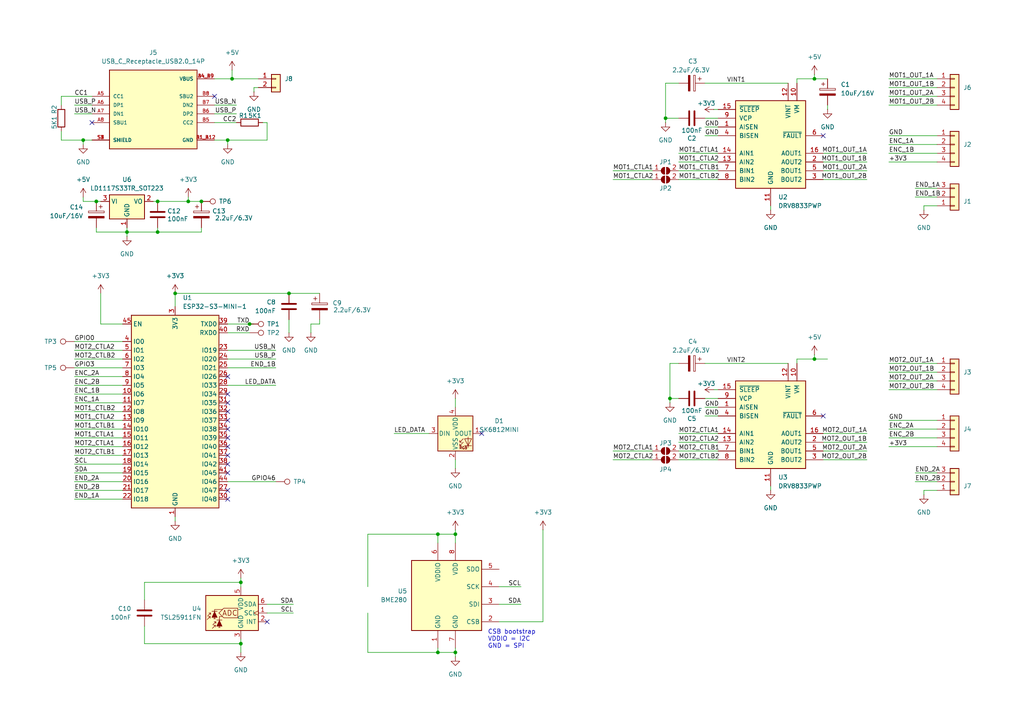
<source format=kicad_sch>
(kicad_sch
	(version 20231120)
	(generator "eeschema")
	(generator_version "8.0")
	(uuid "fc72c314-5c87-4bf6-a5f9-120abf4ddab9")
	(paper "A4")
	
	(junction
		(at 236.22 104.14)
		(diameter 0)
		(color 0 0 0 0)
		(uuid "0f38ef5e-8dd1-465f-b9e4-a29756b62ed0")
	)
	(junction
		(at 24.13 40.64)
		(diameter 0)
		(color 0 0 0 0)
		(uuid "1034f94a-abd6-4d8e-bb51-40f738db0c92")
	)
	(junction
		(at 72.39 93.98)
		(diameter 0)
		(color 0 0 0 0)
		(uuid "16f36a47-0891-4a37-9e15-30a769217abe")
	)
	(junction
		(at 66.04 40.64)
		(diameter 0)
		(color 0 0 0 0)
		(uuid "19bfbdaa-9bb0-4e4d-b93e-4586cb8c945d")
	)
	(junction
		(at 132.08 189.23)
		(diameter 0)
		(color 0 0 0 0)
		(uuid "2348c303-76e1-4e62-9bf7-c112c3443b75")
	)
	(junction
		(at 69.85 168.91)
		(diameter 0)
		(color 0 0 0 0)
		(uuid "34938381-b0cc-4640-a8fd-0ff93d64e305")
	)
	(junction
		(at 83.82 85.09)
		(diameter 0)
		(color 0 0 0 0)
		(uuid "388d6c06-7f34-417b-95e4-30097ceaf139")
	)
	(junction
		(at 132.08 154.94)
		(diameter 0)
		(color 0 0 0 0)
		(uuid "4caae116-7b1d-4af1-a21b-eb0b9877cc3a")
	)
	(junction
		(at 127 189.23)
		(diameter 0)
		(color 0 0 0 0)
		(uuid "5f4d7a43-56b5-46ef-8884-144027ddcbb7")
	)
	(junction
		(at 36.83 67.31)
		(diameter 0)
		(color 0 0 0 0)
		(uuid "6345103f-e3f8-4a97-b087-304d2aa9912f")
	)
	(junction
		(at 69.85 186.69)
		(diameter 0)
		(color 0 0 0 0)
		(uuid "76ca8191-0583-44de-99be-a804217e78df")
	)
	(junction
		(at 27.94 58.42)
		(diameter 0)
		(color 0 0 0 0)
		(uuid "793c3478-cc9f-46c0-a28f-75e48c91f957")
	)
	(junction
		(at 67.31 22.86)
		(diameter 0)
		(color 0 0 0 0)
		(uuid "7f76f72d-522a-4d37-8644-a0094a89a4b1")
	)
	(junction
		(at 58.42 58.42)
		(diameter 0)
		(color 0 0 0 0)
		(uuid "904c3470-750e-4222-9ff1-e918fabc9600")
	)
	(junction
		(at 236.22 22.86)
		(diameter 0)
		(color 0 0 0 0)
		(uuid "9ec9e800-a21f-403e-9d49-a6e13414ac14")
	)
	(junction
		(at 54.61 58.42)
		(diameter 0)
		(color 0 0 0 0)
		(uuid "b14582d0-fef3-41a9-b27a-4d125017f6f6")
	)
	(junction
		(at 45.72 67.31)
		(diameter 0)
		(color 0 0 0 0)
		(uuid "bd53f6d7-4730-4fca-9ae0-e9de5f9d7d65")
	)
	(junction
		(at 127 154.94)
		(diameter 0)
		(color 0 0 0 0)
		(uuid "d18c8d9f-614f-4497-b67d-0fa1eeb09637")
	)
	(junction
		(at 193.04 34.29)
		(diameter 0)
		(color 0 0 0 0)
		(uuid "e08052ce-73ec-49a0-8156-950fe2971fd7")
	)
	(junction
		(at 45.72 58.42)
		(diameter 0)
		(color 0 0 0 0)
		(uuid "e65e3f9c-1797-438d-a0a0-f1092e1f39ad")
	)
	(junction
		(at 194.31 115.57)
		(diameter 0)
		(color 0 0 0 0)
		(uuid "e99c11b4-daec-4db2-814b-932527d46440")
	)
	(junction
		(at 50.8 85.09)
		(diameter 0)
		(color 0 0 0 0)
		(uuid "f2b6884c-8da0-440f-9efe-a36ec4fb07c6")
	)
	(no_connect
		(at 66.04 127)
		(uuid "0ed4e444-37a4-488f-8f83-9386d27461e8")
	)
	(no_connect
		(at 66.04 124.46)
		(uuid "151f3edb-ad3c-4de2-83d4-ff3a7b8a486b")
	)
	(no_connect
		(at 238.76 120.65)
		(uuid "29b157db-fa79-457a-b629-c38837f14f08")
	)
	(no_connect
		(at 66.04 116.84)
		(uuid "2c3bbb73-3174-4ec0-a4fc-71f7d68da49b")
	)
	(no_connect
		(at 66.04 132.08)
		(uuid "363690c8-033c-49f1-9852-2a144c4174b5")
	)
	(no_connect
		(at 66.04 121.92)
		(uuid "500ab02c-23f7-49c0-9476-daddea7c6e41")
	)
	(no_connect
		(at 66.04 137.16)
		(uuid "5ccfa967-4166-4703-84ad-65e61950696b")
	)
	(no_connect
		(at 66.04 114.3)
		(uuid "609b453a-7084-4aef-b3ff-296309725bbc")
	)
	(no_connect
		(at 77.47 180.34)
		(uuid "60f3acdc-c0b3-499e-b912-034d08477f69")
	)
	(no_connect
		(at 66.04 144.78)
		(uuid "8b0223bd-f727-453c-ab4d-b6c89ff43433")
	)
	(no_connect
		(at 66.04 134.62)
		(uuid "901f0b86-841a-42af-ad8f-67134d38d4a5")
	)
	(no_connect
		(at 62.23 27.94)
		(uuid "90a514c5-79fd-49b4-8b5f-a64a670b0fb4")
	)
	(no_connect
		(at 26.67 35.56)
		(uuid "b5c636e2-989f-4db2-961a-b31fdf4f21d5")
	)
	(no_connect
		(at 238.76 39.37)
		(uuid "b664e2a5-b411-42b3-9549-5e149bb79a07")
	)
	(no_connect
		(at 66.04 109.22)
		(uuid "c8793a05-dfc2-4da7-a559-ba85e246e1c6")
	)
	(no_connect
		(at 66.04 129.54)
		(uuid "dd7925dc-f610-492c-885b-9b97a274e295")
	)
	(no_connect
		(at 139.7 125.73)
		(uuid "df90cb52-e4f3-4ecb-b9d4-afebc12685e9")
	)
	(no_connect
		(at 66.04 119.38)
		(uuid "eb03a0bb-a6fc-4163-8709-cc7f112562bc")
	)
	(no_connect
		(at 66.04 142.24)
		(uuid "faa6fe21-c46c-499c-bb38-db562de57e3a")
	)
	(wire
		(pts
			(xy 157.48 153.67) (xy 157.48 180.34)
		)
		(stroke
			(width 0)
			(type default)
		)
		(uuid "00161fc4-ed7e-4ce0-9c76-d64f3c448db2")
	)
	(wire
		(pts
			(xy 196.85 46.99) (xy 208.28 46.99)
		)
		(stroke
			(width 0)
			(type default)
		)
		(uuid "0060be60-2559-4240-8a40-f00ca4bd1dbc")
	)
	(wire
		(pts
			(xy 21.59 142.24) (xy 35.56 142.24)
		)
		(stroke
			(width 0)
			(type default)
		)
		(uuid "00d0460f-64ac-41b7-893b-18d79b851b2f")
	)
	(wire
		(pts
			(xy 238.76 44.45) (xy 251.46 44.45)
		)
		(stroke
			(width 0)
			(type default)
		)
		(uuid "0177543e-63d2-4b35-b1d2-7829f0a72c1e")
	)
	(wire
		(pts
			(xy 36.83 67.31) (xy 36.83 68.58)
		)
		(stroke
			(width 0)
			(type default)
		)
		(uuid "01a26fc1-42b9-4ad3-9a5a-3f317fe807af")
	)
	(wire
		(pts
			(xy 17.78 40.64) (xy 24.13 40.64)
		)
		(stroke
			(width 0)
			(type default)
		)
		(uuid "01b24969-c549-4c48-b2bc-40f3ec031df4")
	)
	(wire
		(pts
			(xy 267.97 60.96) (xy 267.97 59.69)
		)
		(stroke
			(width 0)
			(type default)
		)
		(uuid "041f4521-fbd2-4cf0-bfe0-f28660ee070d")
	)
	(wire
		(pts
			(xy 21.59 127) (xy 35.56 127)
		)
		(stroke
			(width 0)
			(type default)
		)
		(uuid "055e5706-9b97-4bee-b7ff-6b02f733c2fe")
	)
	(wire
		(pts
			(xy 92.71 93.98) (xy 90.17 93.98)
		)
		(stroke
			(width 0)
			(type default)
		)
		(uuid "0590aeed-ced1-4ce0-bffd-100674dd37f2")
	)
	(wire
		(pts
			(xy 66.04 96.52) (xy 72.39 96.52)
		)
		(stroke
			(width 0)
			(type default)
		)
		(uuid "059daba5-3434-4748-9783-7f38bbf8810d")
	)
	(wire
		(pts
			(xy 236.22 22.86) (xy 236.22 21.59)
		)
		(stroke
			(width 0)
			(type default)
		)
		(uuid "08d2931e-91e4-484e-b5ed-022ef720e3ee")
	)
	(wire
		(pts
			(xy 66.04 104.14) (xy 80.01 104.14)
		)
		(stroke
			(width 0)
			(type default)
		)
		(uuid "092f913c-abeb-4afb-b504-fe7efa3e8418")
	)
	(wire
		(pts
			(xy 41.91 168.91) (xy 41.91 173.99)
		)
		(stroke
			(width 0)
			(type default)
		)
		(uuid "0ae4afb9-9403-4336-a4bb-d6edbc3ddcb6")
	)
	(wire
		(pts
			(xy 204.47 105.41) (xy 228.6 105.41)
		)
		(stroke
			(width 0)
			(type default)
		)
		(uuid "0d028f21-862d-4e4e-9d58-f82477881bf4")
	)
	(wire
		(pts
			(xy 69.85 186.69) (xy 69.85 189.23)
		)
		(stroke
			(width 0)
			(type default)
		)
		(uuid "0d454c3b-b709-43d6-b415-581ab7bb3268")
	)
	(wire
		(pts
			(xy 231.14 104.14) (xy 236.22 104.14)
		)
		(stroke
			(width 0)
			(type default)
		)
		(uuid "0e22aecb-331f-4ad7-a59f-304d5b168dc2")
	)
	(wire
		(pts
			(xy 196.85 128.27) (xy 208.28 128.27)
		)
		(stroke
			(width 0)
			(type default)
		)
		(uuid "109c4c42-76aa-42e3-b86e-04a90b813522")
	)
	(wire
		(pts
			(xy 58.42 66.04) (xy 58.42 67.31)
		)
		(stroke
			(width 0)
			(type default)
		)
		(uuid "110294f1-7ba9-4f07-9124-3a5ccd40e15a")
	)
	(wire
		(pts
			(xy 257.81 113.03) (xy 271.78 113.03)
		)
		(stroke
			(width 0)
			(type default)
		)
		(uuid "11115efd-2f90-453e-a900-12f107685a66")
	)
	(wire
		(pts
			(xy 257.81 27.94) (xy 271.78 27.94)
		)
		(stroke
			(width 0)
			(type default)
		)
		(uuid "11130d27-b59f-4537-a6b9-2e15d50eb316")
	)
	(wire
		(pts
			(xy 21.59 109.22) (xy 35.56 109.22)
		)
		(stroke
			(width 0)
			(type default)
		)
		(uuid "1154071b-3b5a-4394-bbd7-ae17488d3825")
	)
	(wire
		(pts
			(xy 132.08 157.48) (xy 132.08 154.94)
		)
		(stroke
			(width 0)
			(type default)
		)
		(uuid "15392eac-df3d-4b87-ab06-ed71b9a10be3")
	)
	(wire
		(pts
			(xy 238.76 49.53) (xy 251.46 49.53)
		)
		(stroke
			(width 0)
			(type default)
		)
		(uuid "164b8c71-b41e-4610-8934-b49d7d777524")
	)
	(wire
		(pts
			(xy 45.72 66.04) (xy 45.72 67.31)
		)
		(stroke
			(width 0)
			(type default)
		)
		(uuid "1660ae78-9c50-42d7-b8df-b2c4010b3ef5")
	)
	(wire
		(pts
			(xy 21.59 30.48) (xy 26.67 30.48)
		)
		(stroke
			(width 0)
			(type default)
		)
		(uuid "16ab0c8b-348e-4ae2-abe9-cc671a62152e")
	)
	(wire
		(pts
			(xy 238.76 133.35) (xy 251.46 133.35)
		)
		(stroke
			(width 0)
			(type default)
		)
		(uuid "18e227be-8c74-42a6-9716-a333ea817a0a")
	)
	(wire
		(pts
			(xy 45.72 58.42) (xy 54.61 58.42)
		)
		(stroke
			(width 0)
			(type default)
		)
		(uuid "1a027cd4-7445-4be9-a194-f5eced16227c")
	)
	(wire
		(pts
			(xy 24.13 41.91) (xy 24.13 40.64)
		)
		(stroke
			(width 0)
			(type default)
		)
		(uuid "1ad49c65-e6ca-4ffc-8f10-7dcb96b36ecb")
	)
	(wire
		(pts
			(xy 196.85 34.29) (xy 193.04 34.29)
		)
		(stroke
			(width 0)
			(type default)
		)
		(uuid "1bdb34f8-4dc1-4413-b08d-491eb9acd5e4")
	)
	(wire
		(pts
			(xy 77.47 175.26) (xy 85.09 175.26)
		)
		(stroke
			(width 0)
			(type default)
		)
		(uuid "1cc012d4-9b4b-4a2c-9f01-15ff37fe57a7")
	)
	(wire
		(pts
			(xy 196.85 130.81) (xy 208.28 130.81)
		)
		(stroke
			(width 0)
			(type default)
		)
		(uuid "1d967151-288f-4920-85fe-4c2c46e0db85")
	)
	(wire
		(pts
			(xy 267.97 59.69) (xy 271.78 59.69)
		)
		(stroke
			(width 0)
			(type default)
		)
		(uuid "1f577daf-ca48-4104-acb4-f7cb80e25277")
	)
	(wire
		(pts
			(xy 238.76 125.73) (xy 251.46 125.73)
		)
		(stroke
			(width 0)
			(type default)
		)
		(uuid "203eee8a-7250-40af-a9f4-1035f6919530")
	)
	(wire
		(pts
			(xy 21.59 121.92) (xy 35.56 121.92)
		)
		(stroke
			(width 0)
			(type default)
		)
		(uuid "20424846-8e48-4a0f-8615-de5a94c148c7")
	)
	(wire
		(pts
			(xy 21.59 132.08) (xy 35.56 132.08)
		)
		(stroke
			(width 0)
			(type default)
		)
		(uuid "277b868f-4be8-4126-a8b2-0adc494f4554")
	)
	(wire
		(pts
			(xy 127 187.96) (xy 127 189.23)
		)
		(stroke
			(width 0)
			(type default)
		)
		(uuid "297bcdab-5fc9-4c5c-837a-8f8895169850")
	)
	(wire
		(pts
			(xy 257.81 121.92) (xy 271.78 121.92)
		)
		(stroke
			(width 0)
			(type default)
		)
		(uuid "29f75c69-d7af-4525-99e5-8fe8a495098a")
	)
	(wire
		(pts
			(xy 196.85 133.35) (xy 208.28 133.35)
		)
		(stroke
			(width 0)
			(type default)
		)
		(uuid "2c72365a-647f-41a9-8961-47378d0e0e71")
	)
	(wire
		(pts
			(xy 106.68 189.23) (xy 106.68 177.8)
		)
		(stroke
			(width 0)
			(type default)
		)
		(uuid "2d5134e1-02ae-49f7-b041-67906581d2ec")
	)
	(wire
		(pts
			(xy 257.81 39.37) (xy 271.78 39.37)
		)
		(stroke
			(width 0)
			(type default)
		)
		(uuid "30d10758-f847-44ef-bf03-e421de5e900e")
	)
	(wire
		(pts
			(xy 132.08 153.67) (xy 132.08 154.94)
		)
		(stroke
			(width 0)
			(type default)
		)
		(uuid "330b5f4f-2964-4585-9eb3-5f9d887af6e3")
	)
	(wire
		(pts
			(xy 21.59 119.38) (xy 35.56 119.38)
		)
		(stroke
			(width 0)
			(type default)
		)
		(uuid "33194bf4-be15-43cd-91f2-068456f4b731")
	)
	(wire
		(pts
			(xy 21.59 33.02) (xy 26.67 33.02)
		)
		(stroke
			(width 0)
			(type default)
		)
		(uuid "345856d8-d5b1-4dbc-b1ef-ce5ba60bbcbe")
	)
	(wire
		(pts
			(xy 54.61 57.15) (xy 54.61 58.42)
		)
		(stroke
			(width 0)
			(type default)
		)
		(uuid "35beaf97-13f3-4278-8dd0-4a6f322df247")
	)
	(wire
		(pts
			(xy 257.81 44.45) (xy 271.78 44.45)
		)
		(stroke
			(width 0)
			(type default)
		)
		(uuid "39dea99e-7c5b-4963-8049-8a062ee55e66")
	)
	(wire
		(pts
			(xy 132.08 189.23) (xy 132.08 190.5)
		)
		(stroke
			(width 0)
			(type default)
		)
		(uuid "3a215bbd-50cd-461b-b489-3a663e1c8927")
	)
	(wire
		(pts
			(xy 193.04 34.29) (xy 193.04 35.56)
		)
		(stroke
			(width 0)
			(type default)
		)
		(uuid "3b265fa3-0fa5-4229-8f62-567699fa2eff")
	)
	(wire
		(pts
			(xy 62.23 33.02) (xy 68.58 33.02)
		)
		(stroke
			(width 0)
			(type default)
		)
		(uuid "3cd6c91a-84a8-4cfe-9bd4-68fa4ffaf1c2")
	)
	(wire
		(pts
			(xy 45.72 67.31) (xy 58.42 67.31)
		)
		(stroke
			(width 0)
			(type default)
		)
		(uuid "3d3b669a-2ebb-4852-bb44-73e9cb1942ed")
	)
	(wire
		(pts
			(xy 208.28 115.57) (xy 204.47 115.57)
		)
		(stroke
			(width 0)
			(type default)
		)
		(uuid "3ff0050c-a7dc-4ea4-9a19-526454900cbe")
	)
	(wire
		(pts
			(xy 236.22 22.86) (xy 240.03 22.86)
		)
		(stroke
			(width 0)
			(type default)
		)
		(uuid "4033e5a5-2170-458f-b718-afe4afdc2307")
	)
	(wire
		(pts
			(xy 21.59 101.6) (xy 35.56 101.6)
		)
		(stroke
			(width 0)
			(type default)
		)
		(uuid "40912c4c-1010-4832-bd81-d23c7510c4ad")
	)
	(wire
		(pts
			(xy 257.81 22.86) (xy 271.78 22.86)
		)
		(stroke
			(width 0)
			(type default)
		)
		(uuid "419ca888-ec74-4f87-81e0-4a1aac130bb1")
	)
	(wire
		(pts
			(xy 21.59 134.62) (xy 35.56 134.62)
		)
		(stroke
			(width 0)
			(type default)
		)
		(uuid "44a1d96d-234a-4324-b3f2-d5acc266d1b6")
	)
	(wire
		(pts
			(xy 45.72 67.31) (xy 36.83 67.31)
		)
		(stroke
			(width 0)
			(type default)
		)
		(uuid "46aba347-4057-4ea4-b2a9-72fc31acc2f5")
	)
	(wire
		(pts
			(xy 66.04 41.91) (xy 66.04 40.64)
		)
		(stroke
			(width 0)
			(type default)
		)
		(uuid "4785d6df-a6fc-4c56-87e5-b6986e704d2e")
	)
	(wire
		(pts
			(xy 207.01 31.75) (xy 208.28 31.75)
		)
		(stroke
			(width 0)
			(type default)
		)
		(uuid "491ec524-4a3b-4cea-8754-183cdf31f759")
	)
	(wire
		(pts
			(xy 21.59 139.7) (xy 35.56 139.7)
		)
		(stroke
			(width 0)
			(type default)
		)
		(uuid "4f046afb-e63e-46fd-87b2-8b6e6f8ccf94")
	)
	(wire
		(pts
			(xy 257.81 105.41) (xy 271.78 105.41)
		)
		(stroke
			(width 0)
			(type default)
		)
		(uuid "50c69df7-04cb-4c2c-bddd-113393f35076")
	)
	(wire
		(pts
			(xy 90.17 93.98) (xy 90.17 96.52)
		)
		(stroke
			(width 0)
			(type default)
		)
		(uuid "535678d5-7cfc-4875-af15-86b8b64ac306")
	)
	(wire
		(pts
			(xy 21.59 116.84) (xy 35.56 116.84)
		)
		(stroke
			(width 0)
			(type default)
		)
		(uuid "544cec54-aea8-4fbb-b72c-8f9e1bf1dc25")
	)
	(wire
		(pts
			(xy 21.59 99.06) (xy 35.56 99.06)
		)
		(stroke
			(width 0)
			(type default)
		)
		(uuid "57870d0f-aad6-4e8a-842b-b2ed8d9efd7d")
	)
	(wire
		(pts
			(xy 66.04 139.7) (xy 80.01 139.7)
		)
		(stroke
			(width 0)
			(type default)
		)
		(uuid "57a4b8fb-9a1f-446d-85f3-85370007996a")
	)
	(wire
		(pts
			(xy 66.04 40.64) (xy 62.23 40.64)
		)
		(stroke
			(width 0)
			(type default)
		)
		(uuid "581a5267-4f08-4f3b-8c25-65ec300f55a0")
	)
	(wire
		(pts
			(xy 196.85 105.41) (xy 194.31 105.41)
		)
		(stroke
			(width 0)
			(type default)
		)
		(uuid "5876b1a6-add2-4299-a585-a3ff863618b8")
	)
	(wire
		(pts
			(xy 194.31 105.41) (xy 194.31 115.57)
		)
		(stroke
			(width 0)
			(type default)
		)
		(uuid "5c878bb0-9d64-4c56-9e78-39502f058923")
	)
	(wire
		(pts
			(xy 29.21 58.42) (xy 27.94 58.42)
		)
		(stroke
			(width 0)
			(type default)
		)
		(uuid "5e7cdb1c-4eef-4eae-9e98-dca46a0487ef")
	)
	(wire
		(pts
			(xy 83.82 92.71) (xy 83.82 96.52)
		)
		(stroke
			(width 0)
			(type default)
		)
		(uuid "5ed4a982-0470-4718-9cae-8731b88962fc")
	)
	(wire
		(pts
			(xy 236.22 104.14) (xy 236.22 102.87)
		)
		(stroke
			(width 0)
			(type default)
		)
		(uuid "63fb0aa1-bba6-48d5-bc68-d647c6dbede7")
	)
	(wire
		(pts
			(xy 66.04 106.68) (xy 80.01 106.68)
		)
		(stroke
			(width 0)
			(type default)
		)
		(uuid "661bd019-4f7f-4a5f-8996-52ce4b4f6393")
	)
	(wire
		(pts
			(xy 21.59 124.46) (xy 35.56 124.46)
		)
		(stroke
			(width 0)
			(type default)
		)
		(uuid "661e9a88-b994-4e69-9b88-e8c436fbdf57")
	)
	(wire
		(pts
			(xy 196.85 125.73) (xy 208.28 125.73)
		)
		(stroke
			(width 0)
			(type default)
		)
		(uuid "675ae8e0-a12a-40f4-a865-42854715b557")
	)
	(wire
		(pts
			(xy 132.08 133.35) (xy 132.08 135.89)
		)
		(stroke
			(width 0)
			(type default)
		)
		(uuid "691f8e03-79e9-4234-9c93-aed6ea62a042")
	)
	(wire
		(pts
			(xy 207.01 113.03) (xy 208.28 113.03)
		)
		(stroke
			(width 0)
			(type default)
		)
		(uuid "6c62a591-7759-4ee1-9ae6-7bf0b61e4608")
	)
	(wire
		(pts
			(xy 17.78 38.1) (xy 17.78 40.64)
		)
		(stroke
			(width 0)
			(type default)
		)
		(uuid "6e0a6fff-5073-4df0-b0df-a64b83333ab2")
	)
	(wire
		(pts
			(xy 50.8 149.86) (xy 50.8 151.13)
		)
		(stroke
			(width 0)
			(type default)
		)
		(uuid "6e1fba95-a648-48d3-959a-268a0affbe28")
	)
	(wire
		(pts
			(xy 265.43 54.61) (xy 271.78 54.61)
		)
		(stroke
			(width 0)
			(type default)
		)
		(uuid "6ec327fe-9585-4992-a58c-8bfc8901d5bf")
	)
	(wire
		(pts
			(xy 83.82 85.09) (xy 92.71 85.09)
		)
		(stroke
			(width 0)
			(type default)
		)
		(uuid "707c7d8e-d4eb-4f15-975b-d013b4b49b78")
	)
	(wire
		(pts
			(xy 67.31 22.86) (xy 74.93 22.86)
		)
		(stroke
			(width 0)
			(type default)
		)
		(uuid "72a9bf3e-95c7-400f-9265-090c11a6d9b0")
	)
	(wire
		(pts
			(xy 132.08 189.23) (xy 127 189.23)
		)
		(stroke
			(width 0)
			(type default)
		)
		(uuid "7361fa5a-7e22-4e5f-980e-72ee1f63ce91")
	)
	(wire
		(pts
			(xy 257.81 41.91) (xy 271.78 41.91)
		)
		(stroke
			(width 0)
			(type default)
		)
		(uuid "79b284c1-5065-438a-b626-fd98bf6f1da5")
	)
	(wire
		(pts
			(xy 21.59 111.76) (xy 35.56 111.76)
		)
		(stroke
			(width 0)
			(type default)
		)
		(uuid "7a0736eb-4556-46af-84c9-3cc4f921185f")
	)
	(wire
		(pts
			(xy 66.04 93.98) (xy 72.39 93.98)
		)
		(stroke
			(width 0)
			(type default)
		)
		(uuid "7a2e37be-0fd4-482d-b83c-20caf3ee55f1")
	)
	(wire
		(pts
			(xy 21.59 114.3) (xy 35.56 114.3)
		)
		(stroke
			(width 0)
			(type default)
		)
		(uuid "7a50d242-10e5-4697-a3b9-5b41c5f65818")
	)
	(wire
		(pts
			(xy 21.59 106.68) (xy 35.56 106.68)
		)
		(stroke
			(width 0)
			(type default)
		)
		(uuid "7a6eb1f9-dbd4-4520-9af2-95bdeb661e0a")
	)
	(wire
		(pts
			(xy 204.47 39.37) (xy 208.28 39.37)
		)
		(stroke
			(width 0)
			(type default)
		)
		(uuid "7b908bd0-9fcc-4232-967d-753f70f19004")
	)
	(wire
		(pts
			(xy 204.47 24.13) (xy 228.6 24.13)
		)
		(stroke
			(width 0)
			(type default)
		)
		(uuid "7bdd6ce0-aa21-460e-9d66-918b549fcf28")
	)
	(wire
		(pts
			(xy 24.13 40.64) (xy 26.67 40.64)
		)
		(stroke
			(width 0)
			(type default)
		)
		(uuid "7e231b6b-c9df-430f-a116-f527846e55da")
	)
	(wire
		(pts
			(xy 231.14 22.86) (xy 236.22 22.86)
		)
		(stroke
			(width 0)
			(type default)
		)
		(uuid "83bd41e4-ccdc-465a-85c8-f1858e352b4d")
	)
	(wire
		(pts
			(xy 35.56 93.98) (xy 29.21 93.98)
		)
		(stroke
			(width 0)
			(type default)
		)
		(uuid "848d0d60-fa06-4c6a-a9f7-69bf452a55b9")
	)
	(wire
		(pts
			(xy 69.85 168.91) (xy 41.91 168.91)
		)
		(stroke
			(width 0)
			(type default)
		)
		(uuid "856edca8-9a22-4dbe-b72e-4c65c6e91078")
	)
	(wire
		(pts
			(xy 127 189.23) (xy 106.68 189.23)
		)
		(stroke
			(width 0)
			(type default)
		)
		(uuid "86ebcbd2-6dc1-4ae1-8b15-3ab07c1d1d30")
	)
	(wire
		(pts
			(xy 69.85 185.42) (xy 69.85 186.69)
		)
		(stroke
			(width 0)
			(type default)
		)
		(uuid "89fe0bed-e7ea-40c0-bc11-afb844751e4f")
	)
	(wire
		(pts
			(xy 196.85 24.13) (xy 193.04 24.13)
		)
		(stroke
			(width 0)
			(type default)
		)
		(uuid "8c1d253e-b2da-4845-9ff1-46f9436bfab7")
	)
	(wire
		(pts
			(xy 257.81 110.49) (xy 271.78 110.49)
		)
		(stroke
			(width 0)
			(type default)
		)
		(uuid "914345b4-d94c-4e73-9b37-6d1b4b628b1c")
	)
	(wire
		(pts
			(xy 69.85 170.18) (xy 69.85 168.91)
		)
		(stroke
			(width 0)
			(type default)
		)
		(uuid "9301fa08-559f-48e3-b68e-0ba01b1b88a3")
	)
	(wire
		(pts
			(xy 69.85 167.64) (xy 69.85 168.91)
		)
		(stroke
			(width 0)
			(type default)
		)
		(uuid "95fff79c-8e2e-4851-af41-bd9b9fef1250")
	)
	(wire
		(pts
			(xy 77.47 177.8) (xy 85.09 177.8)
		)
		(stroke
			(width 0)
			(type default)
		)
		(uuid "968afc7b-dd19-4e8e-b885-ebd1b10cb2e7")
	)
	(wire
		(pts
			(xy 223.52 59.69) (xy 223.52 60.96)
		)
		(stroke
			(width 0)
			(type default)
		)
		(uuid "974f2af9-a159-424d-b3e4-b6b1968ef010")
	)
	(wire
		(pts
			(xy 21.59 144.78) (xy 35.56 144.78)
		)
		(stroke
			(width 0)
			(type default)
		)
		(uuid "975a4d55-adc3-45e5-9231-ed1f34e5e34b")
	)
	(wire
		(pts
			(xy 17.78 27.94) (xy 26.67 27.94)
		)
		(stroke
			(width 0)
			(type default)
		)
		(uuid "97a199a2-e99a-4372-ae06-4286b8ea58ab")
	)
	(wire
		(pts
			(xy 41.91 186.69) (xy 41.91 181.61)
		)
		(stroke
			(width 0)
			(type default)
		)
		(uuid "995f17a2-011b-4ab1-a461-536c8b16008f")
	)
	(wire
		(pts
			(xy 204.47 118.11) (xy 208.28 118.11)
		)
		(stroke
			(width 0)
			(type default)
		)
		(uuid "99f3e581-071a-41fb-b2e2-dd2aa9887dc3")
	)
	(wire
		(pts
			(xy 66.04 111.76) (xy 80.01 111.76)
		)
		(stroke
			(width 0)
			(type default)
		)
		(uuid "9b5114b5-491e-4c9b-9724-90614814b9dc")
	)
	(wire
		(pts
			(xy 50.8 85.09) (xy 50.8 88.9)
		)
		(stroke
			(width 0)
			(type default)
		)
		(uuid "9cf14b84-e164-4845-8231-3d7b06506e57")
	)
	(wire
		(pts
			(xy 257.81 25.4) (xy 271.78 25.4)
		)
		(stroke
			(width 0)
			(type default)
		)
		(uuid "9f2fc445-bd7f-403a-b82d-001122cc9d86")
	)
	(wire
		(pts
			(xy 267.97 143.51) (xy 267.97 142.24)
		)
		(stroke
			(width 0)
			(type default)
		)
		(uuid "9f45f6ae-d027-4c29-957e-3ea31436011c")
	)
	(wire
		(pts
			(xy 66.04 40.64) (xy 77.47 40.64)
		)
		(stroke
			(width 0)
			(type default)
		)
		(uuid "a3149109-a5ba-4fcd-bc66-5986cfc03a05")
	)
	(wire
		(pts
			(xy 238.76 130.81) (xy 251.46 130.81)
		)
		(stroke
			(width 0)
			(type default)
		)
		(uuid "a4ace42b-36df-47dd-ba89-f1a853961038")
	)
	(wire
		(pts
			(xy 114.3 125.73) (xy 124.46 125.73)
		)
		(stroke
			(width 0)
			(type default)
		)
		(uuid "a568e12f-ca09-4b4b-9824-20728697f021")
	)
	(wire
		(pts
			(xy 62.23 35.56) (xy 68.58 35.56)
		)
		(stroke
			(width 0)
			(type default)
		)
		(uuid "a7b9da80-96de-4938-83b7-d37887b860e8")
	)
	(wire
		(pts
			(xy 257.81 46.99) (xy 271.78 46.99)
		)
		(stroke
			(width 0)
			(type default)
		)
		(uuid "a953d7ee-31bf-4a18-b898-014dfa4a8508")
	)
	(wire
		(pts
			(xy 77.47 35.56) (xy 77.47 40.64)
		)
		(stroke
			(width 0)
			(type default)
		)
		(uuid "aa03dcf0-eec9-47f7-b161-4a9d6c1de344")
	)
	(wire
		(pts
			(xy 196.85 52.07) (xy 208.28 52.07)
		)
		(stroke
			(width 0)
			(type default)
		)
		(uuid "aa792890-6587-4f71-b790-30b5f5dc332b")
	)
	(wire
		(pts
			(xy 29.21 93.98) (xy 29.21 85.09)
		)
		(stroke
			(width 0)
			(type default)
		)
		(uuid "aca9273f-5e6b-4c34-8323-6497caa2a4fa")
	)
	(wire
		(pts
			(xy 194.31 115.57) (xy 194.31 116.84)
		)
		(stroke
			(width 0)
			(type default)
		)
		(uuid "b0365afb-7428-46f7-8a06-9ddf0a9a6a37")
	)
	(wire
		(pts
			(xy 265.43 57.15) (xy 271.78 57.15)
		)
		(stroke
			(width 0)
			(type default)
		)
		(uuid "b1af6a0b-fff3-4cba-bea2-f403cb52d1ee")
	)
	(wire
		(pts
			(xy 231.14 24.13) (xy 231.14 22.86)
		)
		(stroke
			(width 0)
			(type default)
		)
		(uuid "b4cfc288-20f7-465a-80f3-d6750538bdc3")
	)
	(wire
		(pts
			(xy 132.08 115.57) (xy 132.08 118.11)
		)
		(stroke
			(width 0)
			(type default)
		)
		(uuid "b55da5e3-98c9-4659-8f23-b1157214cbc2")
	)
	(wire
		(pts
			(xy 36.83 66.04) (xy 36.83 67.31)
		)
		(stroke
			(width 0)
			(type default)
		)
		(uuid "b5f53c8d-938f-4ae6-ae56-d235fdbf90d6")
	)
	(wire
		(pts
			(xy 144.78 175.26) (xy 151.13 175.26)
		)
		(stroke
			(width 0)
			(type default)
		)
		(uuid "b7a3d513-7e52-4b5a-b0a9-7b38eb8927b8")
	)
	(wire
		(pts
			(xy 127 154.94) (xy 127 157.48)
		)
		(stroke
			(width 0)
			(type default)
		)
		(uuid "b9bd4e5f-5d33-4c1e-8ca4-c3bd6397f27f")
	)
	(wire
		(pts
			(xy 62.23 22.86) (xy 67.31 22.86)
		)
		(stroke
			(width 0)
			(type default)
		)
		(uuid "becfc073-3c27-45b8-8ead-fbfbf45101f3")
	)
	(wire
		(pts
			(xy 27.94 67.31) (xy 36.83 67.31)
		)
		(stroke
			(width 0)
			(type default)
		)
		(uuid "c14b4754-00bd-4930-873e-899ec1a70606")
	)
	(wire
		(pts
			(xy 73.66 26.67) (xy 73.66 25.4)
		)
		(stroke
			(width 0)
			(type default)
		)
		(uuid "c2ec351c-7108-42ef-bb6e-b71671df5af2")
	)
	(wire
		(pts
			(xy 208.28 34.29) (xy 204.47 34.29)
		)
		(stroke
			(width 0)
			(type default)
		)
		(uuid "c2f3d1ed-ac61-4023-ab6f-82bf69f35ae2")
	)
	(wire
		(pts
			(xy 177.8 133.35) (xy 189.23 133.35)
		)
		(stroke
			(width 0)
			(type default)
		)
		(uuid "c45e957a-de02-4f45-b88c-d3f5ffbd1d86")
	)
	(wire
		(pts
			(xy 54.61 58.42) (xy 58.42 58.42)
		)
		(stroke
			(width 0)
			(type default)
		)
		(uuid "c5381bd7-403e-4a59-95f6-5fa2cb1f936e")
	)
	(wire
		(pts
			(xy 132.08 187.96) (xy 132.08 189.23)
		)
		(stroke
			(width 0)
			(type default)
		)
		(uuid "c97818a2-9b59-47f2-adfe-549447b8d669")
	)
	(wire
		(pts
			(xy 177.8 49.53) (xy 189.23 49.53)
		)
		(stroke
			(width 0)
			(type default)
		)
		(uuid "ca15a046-5022-4ed6-8af4-6b60cd68bcab")
	)
	(wire
		(pts
			(xy 45.72 58.42) (xy 44.45 58.42)
		)
		(stroke
			(width 0)
			(type default)
		)
		(uuid "ca3f66b6-fb24-4693-8bbd-ff58c62804d8")
	)
	(wire
		(pts
			(xy 144.78 170.18) (xy 151.13 170.18)
		)
		(stroke
			(width 0)
			(type default)
		)
		(uuid "cbb12d04-38bc-4239-84ce-9797ac12970a")
	)
	(wire
		(pts
			(xy 77.47 35.56) (xy 76.2 35.56)
		)
		(stroke
			(width 0)
			(type default)
		)
		(uuid "cf480e2d-8cc8-45fa-a206-9acd433107b2")
	)
	(wire
		(pts
			(xy 27.94 66.04) (xy 27.94 67.31)
		)
		(stroke
			(width 0)
			(type default)
		)
		(uuid "d09c1db7-3795-4f07-b88a-3946ee2ea0fc")
	)
	(wire
		(pts
			(xy 67.31 22.86) (xy 67.31 20.32)
		)
		(stroke
			(width 0)
			(type default)
		)
		(uuid "d2f4b7ef-282c-4806-a97d-374718ddd9b9")
	)
	(wire
		(pts
			(xy 24.13 58.42) (xy 24.13 57.15)
		)
		(stroke
			(width 0)
			(type default)
		)
		(uuid "d46f6c4a-b9cd-4928-9a39-ac093d09f3ba")
	)
	(wire
		(pts
			(xy 238.76 46.99) (xy 251.46 46.99)
		)
		(stroke
			(width 0)
			(type default)
		)
		(uuid "d4d945cf-26a0-458b-a08d-0580c1168dff")
	)
	(wire
		(pts
			(xy 204.47 120.65) (xy 208.28 120.65)
		)
		(stroke
			(width 0)
			(type default)
		)
		(uuid "d507e5d0-31a5-49d9-bc70-adf484444a27")
	)
	(wire
		(pts
			(xy 193.04 24.13) (xy 193.04 34.29)
		)
		(stroke
			(width 0)
			(type default)
		)
		(uuid "d51abac6-642a-4922-a89c-11ba08a8f4f5")
	)
	(wire
		(pts
			(xy 24.13 58.42) (xy 27.94 58.42)
		)
		(stroke
			(width 0)
			(type default)
		)
		(uuid "d5ace384-984f-4a3a-ae65-c0e740e1b77f")
	)
	(wire
		(pts
			(xy 21.59 137.16) (xy 35.56 137.16)
		)
		(stroke
			(width 0)
			(type default)
		)
		(uuid "d6d4750b-b938-459b-8f37-9cfd7b30c226")
	)
	(wire
		(pts
			(xy 267.97 142.24) (xy 271.78 142.24)
		)
		(stroke
			(width 0)
			(type default)
		)
		(uuid "d7dffe75-067b-443e-9824-54365ffee412")
	)
	(wire
		(pts
			(xy 223.52 140.97) (xy 223.52 142.24)
		)
		(stroke
			(width 0)
			(type default)
		)
		(uuid "d961fa6b-5f0b-40f7-8d33-14e7410bd360")
	)
	(wire
		(pts
			(xy 72.39 93.98) (xy 73.66 93.98)
		)
		(stroke
			(width 0)
			(type default)
		)
		(uuid "dcb8d802-045d-4a9c-89a6-2f90cd255855")
	)
	(wire
		(pts
			(xy 73.66 25.4) (xy 74.93 25.4)
		)
		(stroke
			(width 0)
			(type default)
		)
		(uuid "df521afa-2620-4dd4-8f7b-c6d10907b4cb")
	)
	(wire
		(pts
			(xy 257.81 30.48) (xy 271.78 30.48)
		)
		(stroke
			(width 0)
			(type default)
		)
		(uuid "dfd879a1-c3bd-403c-91c3-01d0e67aef9c")
	)
	(wire
		(pts
			(xy 257.81 107.95) (xy 271.78 107.95)
		)
		(stroke
			(width 0)
			(type default)
		)
		(uuid "e0280c9d-ad14-4ad3-91d5-093c274e72b7")
	)
	(wire
		(pts
			(xy 177.8 130.81) (xy 189.23 130.81)
		)
		(stroke
			(width 0)
			(type default)
		)
		(uuid "e05a7b58-f14a-45e2-a7de-ca6713d317a3")
	)
	(wire
		(pts
			(xy 66.04 101.6) (xy 80.01 101.6)
		)
		(stroke
			(width 0)
			(type default)
		)
		(uuid "e1544a7e-57bb-4d35-b3a4-f1a79d894960")
	)
	(wire
		(pts
			(xy 127 154.94) (xy 106.68 154.94)
		)
		(stroke
			(width 0)
			(type default)
		)
		(uuid "e265f14c-f61f-4cdc-9745-e7011004fd7e")
	)
	(wire
		(pts
			(xy 196.85 44.45) (xy 208.28 44.45)
		)
		(stroke
			(width 0)
			(type default)
		)
		(uuid "e2682c50-45ab-4b97-accb-5695e1ba0ccb")
	)
	(wire
		(pts
			(xy 238.76 128.27) (xy 251.46 128.27)
		)
		(stroke
			(width 0)
			(type default)
		)
		(uuid "e3495f5b-8604-4e3d-bbb7-86d74e7595fc")
	)
	(wire
		(pts
			(xy 50.8 85.09) (xy 83.82 85.09)
		)
		(stroke
			(width 0)
			(type default)
		)
		(uuid "e92b15d2-c0e5-40d4-8a1c-8f4aeb39f104")
	)
	(wire
		(pts
			(xy 106.68 154.94) (xy 106.68 170.18)
		)
		(stroke
			(width 0)
			(type default)
		)
		(uuid "ea4f3196-6ad3-4d3b-890a-d19ae6e050ea")
	)
	(wire
		(pts
			(xy 62.23 30.48) (xy 68.58 30.48)
		)
		(stroke
			(width 0)
			(type default)
		)
		(uuid "eb037be8-6c11-4ace-aa09-c265220a5122")
	)
	(wire
		(pts
			(xy 238.76 52.07) (xy 251.46 52.07)
		)
		(stroke
			(width 0)
			(type default)
		)
		(uuid "eb0c87a2-65ac-469b-96e2-5ae22f79c113")
	)
	(wire
		(pts
			(xy 265.43 137.16) (xy 271.78 137.16)
		)
		(stroke
			(width 0)
			(type default)
		)
		(uuid "eb92061a-d73b-443b-aa69-2798cdbf3966")
	)
	(wire
		(pts
			(xy 157.48 180.34) (xy 144.78 180.34)
		)
		(stroke
			(width 0)
			(type default)
		)
		(uuid "ebd58c35-a59a-4b7a-bae1-a8d4f7fb21e4")
	)
	(wire
		(pts
			(xy 21.59 129.54) (xy 35.56 129.54)
		)
		(stroke
			(width 0)
			(type default)
		)
		(uuid "ec1185aa-ea2a-4c84-9983-962c7181b3b4")
	)
	(wire
		(pts
			(xy 236.22 104.14) (xy 240.03 104.14)
		)
		(stroke
			(width 0)
			(type default)
		)
		(uuid "ec83a2f2-b06e-4e29-92ed-1d014156c3e6")
	)
	(wire
		(pts
			(xy 69.85 186.69) (xy 41.91 186.69)
		)
		(stroke
			(width 0)
			(type default)
		)
		(uuid "ec9baaa9-87d4-45f2-bdbb-1120c4151d7f")
	)
	(wire
		(pts
			(xy 257.81 124.46) (xy 271.78 124.46)
		)
		(stroke
			(width 0)
			(type default)
		)
		(uuid "ecbf0617-cb81-4ee5-9f6d-5bef9d62e343")
	)
	(wire
		(pts
			(xy 257.81 127) (xy 271.78 127)
		)
		(stroke
			(width 0)
			(type default)
		)
		(uuid "ecc94ba7-7e02-4057-9c24-e0f98e2d98d1")
	)
	(wire
		(pts
			(xy 196.85 49.53) (xy 208.28 49.53)
		)
		(stroke
			(width 0)
			(type default)
		)
		(uuid "efaa5975-3e58-4bf2-a3d6-61cd1f652f35")
	)
	(wire
		(pts
			(xy 132.08 154.94) (xy 127 154.94)
		)
		(stroke
			(width 0)
			(type default)
		)
		(uuid "efe8a342-b0fe-4847-87c1-e1f50cc87993")
	)
	(wire
		(pts
			(xy 177.8 52.07) (xy 189.23 52.07)
		)
		(stroke
			(width 0)
			(type default)
		)
		(uuid "f02cf368-24e0-40c5-ab33-c5e8d6096e15")
	)
	(wire
		(pts
			(xy 231.14 105.41) (xy 231.14 104.14)
		)
		(stroke
			(width 0)
			(type default)
		)
		(uuid "f1cc81a8-7446-4134-83cc-1b6a85f958e1")
	)
	(wire
		(pts
			(xy 204.47 36.83) (xy 208.28 36.83)
		)
		(stroke
			(width 0)
			(type default)
		)
		(uuid "f63da247-74b8-4174-96d5-276d818f82e3")
	)
	(wire
		(pts
			(xy 17.78 27.94) (xy 17.78 30.48)
		)
		(stroke
			(width 0)
			(type default)
		)
		(uuid "f6e77845-c5e4-4bf3-8f38-821b16222b69")
	)
	(wire
		(pts
			(xy 257.81 129.54) (xy 271.78 129.54)
		)
		(stroke
			(width 0)
			(type default)
		)
		(uuid "f9131f5e-5c1c-4bf9-891e-d213caea19e4")
	)
	(wire
		(pts
			(xy 240.03 31.75) (xy 240.03 30.48)
		)
		(stroke
			(width 0)
			(type default)
		)
		(uuid "f998b8e5-a1f6-4374-abfe-51e73843b6b8")
	)
	(wire
		(pts
			(xy 265.43 139.7) (xy 271.78 139.7)
		)
		(stroke
			(width 0)
			(type default)
		)
		(uuid "fa1d85ec-4c67-4ef6-bbbc-7fd6cbf99882")
	)
	(wire
		(pts
			(xy 21.59 104.14) (xy 35.56 104.14)
		)
		(stroke
			(width 0)
			(type default)
		)
		(uuid "fbd4b32a-a1bd-4b36-9d7c-09f30e5be012")
	)
	(wire
		(pts
			(xy 92.71 92.71) (xy 92.71 93.98)
		)
		(stroke
			(width 0)
			(type default)
		)
		(uuid "fd84f206-b0ac-4907-8268-8ae5b61458a7")
	)
	(wire
		(pts
			(xy 196.85 115.57) (xy 194.31 115.57)
		)
		(stroke
			(width 0)
			(type default)
		)
		(uuid "ff5aff2d-360f-4d76-b3b9-071e0a586e12")
	)
	(text "CSB bootstrap\nVDDIO = I2C\nGND = SPI"
		(exclude_from_sim no)
		(at 141.478 185.42 0)
		(effects
			(font
				(size 1.27 1.27)
			)
			(justify left)
		)
		(uuid "b4e5c2c0-e328-4791-8662-e4089b08afac")
	)
	(label "MOT2_CTLA2"
		(at 21.59 101.6 0)
		(fields_autoplaced yes)
		(effects
			(font
				(size 1.27 1.27)
			)
			(justify left bottom)
		)
		(uuid "00597f22-a125-4c06-9fc9-743bc903e48e")
	)
	(label "MOT2_OUT_1A"
		(at 251.46 125.73 180)
		(fields_autoplaced yes)
		(effects
			(font
				(size 1.27 1.27)
			)
			(justify right bottom)
		)
		(uuid "0145fa90-8ba7-4a71-9229-2efa6ac67050")
	)
	(label "LED_DATA"
		(at 80.01 111.76 180)
		(fields_autoplaced yes)
		(effects
			(font
				(size 1.27 1.27)
			)
			(justify right bottom)
		)
		(uuid "02809a66-dbf4-4ef5-b78f-95e37b2cfa77")
	)
	(label "END_1B"
		(at 265.43 57.15 0)
		(fields_autoplaced yes)
		(effects
			(font
				(size 1.27 1.27)
			)
			(justify left bottom)
		)
		(uuid "042fb0ca-79af-4b11-b179-fdfeb0b73ef6")
	)
	(label "CC1"
		(at 21.59 27.94 0)
		(fields_autoplaced yes)
		(effects
			(font
				(size 1.27 1.27)
			)
			(justify left bottom)
		)
		(uuid "053c3f97-be5e-4d33-9f6b-7b1e0110d4c6")
	)
	(label "SCL"
		(at 85.09 177.8 180)
		(fields_autoplaced yes)
		(effects
			(font
				(size 1.27 1.27)
			)
			(justify right bottom)
		)
		(uuid "059a5b95-652a-4a5a-a45b-000dcd555c5c")
	)
	(label "SDA"
		(at 151.13 175.26 180)
		(fields_autoplaced yes)
		(effects
			(font
				(size 1.27 1.27)
			)
			(justify right bottom)
		)
		(uuid "0b2d4532-4fa9-42b6-82da-b71e84261604")
	)
	(label "MOT2_CTLB2"
		(at 196.85 133.35 0)
		(fields_autoplaced yes)
		(effects
			(font
				(size 1.27 1.27)
			)
			(justify left bottom)
		)
		(uuid "0e2f2afe-9376-46d2-8a78-50b2078a7d32")
	)
	(label "MOT1_CTLB1"
		(at 21.59 124.46 0)
		(fields_autoplaced yes)
		(effects
			(font
				(size 1.27 1.27)
			)
			(justify left bottom)
		)
		(uuid "0e2fa877-62a3-4adf-a5d6-d12d32b828a4")
	)
	(label "VINT1"
		(at 210.82 24.13 0)
		(fields_autoplaced yes)
		(effects
			(font
				(size 1.27 1.27)
			)
			(justify left bottom)
		)
		(uuid "0fde0b74-6a02-4ce1-aa7a-6dd8def42d2a")
	)
	(label "GND"
		(at 204.47 36.83 0)
		(fields_autoplaced yes)
		(effects
			(font
				(size 1.27 1.27)
			)
			(justify left bottom)
		)
		(uuid "11df2eae-d672-40ef-8a2a-690d29020bdf")
	)
	(label "END_1A"
		(at 265.43 54.61 0)
		(fields_autoplaced yes)
		(effects
			(font
				(size 1.27 1.27)
			)
			(justify left bottom)
		)
		(uuid "138d7155-7895-4709-bd90-f37f1afefd97")
	)
	(label "END_2A"
		(at 265.43 137.16 0)
		(fields_autoplaced yes)
		(effects
			(font
				(size 1.27 1.27)
			)
			(justify left bottom)
		)
		(uuid "1763d3aa-849b-4bef-a766-39073df13f37")
	)
	(label "MOT2_CTLA1"
		(at 196.85 125.73 0)
		(fields_autoplaced yes)
		(effects
			(font
				(size 1.27 1.27)
			)
			(justify left bottom)
		)
		(uuid "212e10ec-fd63-4513-8d62-81b098a2f30a")
	)
	(label "MOT1_CTLA1"
		(at 21.59 127 0)
		(fields_autoplaced yes)
		(effects
			(font
				(size 1.27 1.27)
			)
			(justify left bottom)
		)
		(uuid "21c584f3-4c3c-4ea0-a04a-c8e8169fd104")
	)
	(label "USB_N"
		(at 68.58 30.48 180)
		(fields_autoplaced yes)
		(effects
			(font
				(size 1.27 1.27)
			)
			(justify right bottom)
		)
		(uuid "22b8d227-aaee-4b5f-8864-e2036f64f419")
	)
	(label "MOT1_OUT_1B"
		(at 257.81 25.4 0)
		(fields_autoplaced yes)
		(effects
			(font
				(size 1.27 1.27)
			)
			(justify left bottom)
		)
		(uuid "2687f7a6-7613-42c6-bdcc-8fe9ecdb4026")
	)
	(label "ENC_2A"
		(at 257.81 124.46 0)
		(fields_autoplaced yes)
		(effects
			(font
				(size 1.27 1.27)
			)
			(justify left bottom)
		)
		(uuid "2e255f44-14f7-4a14-a1eb-4d0b32e1565b")
	)
	(label "ENC_2B"
		(at 257.81 127 0)
		(fields_autoplaced yes)
		(effects
			(font
				(size 1.27 1.27)
			)
			(justify left bottom)
		)
		(uuid "313eec99-03a6-495c-9506-c97286a52e8a")
	)
	(label "CC2"
		(at 68.58 35.56 180)
		(fields_autoplaced yes)
		(effects
			(font
				(size 1.27 1.27)
			)
			(justify right bottom)
		)
		(uuid "320c089f-d152-48f2-bfa8-05309b3e0008")
	)
	(label "SCL"
		(at 21.59 134.62 0)
		(fields_autoplaced yes)
		(effects
			(font
				(size 1.27 1.27)
			)
			(justify left bottom)
		)
		(uuid "323d0074-90b3-4a8f-8ba0-c9e79a409751")
	)
	(label "END_1A"
		(at 21.59 144.78 0)
		(fields_autoplaced yes)
		(effects
			(font
				(size 1.27 1.27)
			)
			(justify left bottom)
		)
		(uuid "32f0ddfb-79e4-43c0-beed-f9b9f2c58747")
	)
	(label "GND"
		(at 257.81 39.37 0)
		(fields_autoplaced yes)
		(effects
			(font
				(size 1.27 1.27)
			)
			(justify left bottom)
		)
		(uuid "37f59135-37d6-4426-ab3a-4721334ae3b8")
	)
	(label "MOT2_CTLB1"
		(at 21.59 132.08 0)
		(fields_autoplaced yes)
		(effects
			(font
				(size 1.27 1.27)
			)
			(justify left bottom)
		)
		(uuid "3ca9ed5e-311c-4683-97fe-5e5a7476ad99")
	)
	(label "GPIO0"
		(at 21.59 99.06 0)
		(fields_autoplaced yes)
		(effects
			(font
				(size 1.27 1.27)
			)
			(justify left bottom)
		)
		(uuid "3f837353-9f7d-4d7e-9bf2-d10368719c7a")
	)
	(label "MOT2_OUT_2B"
		(at 251.46 133.35 180)
		(fields_autoplaced yes)
		(effects
			(font
				(size 1.27 1.27)
			)
			(justify right bottom)
		)
		(uuid "40af8bef-e3f5-4866-8b07-7c907d595346")
	)
	(label "RXD"
		(at 72.39 96.52 180)
		(fields_autoplaced yes)
		(effects
			(font
				(size 1.27 1.27)
			)
			(justify right bottom)
		)
		(uuid "4389afca-5e51-4c6f-81bb-8955fd413dd6")
	)
	(label "MOT2_OUT_2B"
		(at 257.81 113.03 0)
		(fields_autoplaced yes)
		(effects
			(font
				(size 1.27 1.27)
			)
			(justify left bottom)
		)
		(uuid "4484cc2d-cfd0-425c-ba46-2a37eaef45ed")
	)
	(label "MOT1_OUT_2B"
		(at 251.46 52.07 180)
		(fields_autoplaced yes)
		(effects
			(font
				(size 1.27 1.27)
			)
			(justify right bottom)
		)
		(uuid "4880a91f-2acc-4ca0-babe-922ac7bf1583")
	)
	(label "GND"
		(at 204.47 39.37 0)
		(fields_autoplaced yes)
		(effects
			(font
				(size 1.27 1.27)
			)
			(justify left bottom)
		)
		(uuid "5b77f537-6323-4a97-9865-b825d0bcbb30")
	)
	(label "MOT1_OUT_1A"
		(at 251.46 44.45 180)
		(fields_autoplaced yes)
		(effects
			(font
				(size 1.27 1.27)
			)
			(justify right bottom)
		)
		(uuid "5d6580eb-9384-4aa5-9060-9b92471dfdb0")
	)
	(label "MOT2_CTLB2"
		(at 21.59 104.14 0)
		(fields_autoplaced yes)
		(effects
			(font
				(size 1.27 1.27)
			)
			(justify left bottom)
		)
		(uuid "5de88b37-5eab-4435-ab3c-a216215c5302")
	)
	(label "SCL"
		(at 151.13 170.18 180)
		(fields_autoplaced yes)
		(effects
			(font
				(size 1.27 1.27)
			)
			(justify right bottom)
		)
		(uuid "6edd7782-67f3-4eae-b84e-907f935c621f")
	)
	(label "MOT2_OUT_1B"
		(at 257.81 107.95 0)
		(fields_autoplaced yes)
		(effects
			(font
				(size 1.27 1.27)
			)
			(justify left bottom)
		)
		(uuid "6f7a4c6a-cb92-46a6-a9de-90c389f64cbb")
	)
	(label "MOT1_CTLB2"
		(at 196.85 52.07 0)
		(fields_autoplaced yes)
		(effects
			(font
				(size 1.27 1.27)
			)
			(justify left bottom)
		)
		(uuid "75154349-4315-434f-84be-b61a1a021620")
	)
	(label "ENC_1A"
		(at 257.81 41.91 0)
		(fields_autoplaced yes)
		(effects
			(font
				(size 1.27 1.27)
			)
			(justify left bottom)
		)
		(uuid "758e39a4-d378-4cde-8954-e354b81c1be6")
	)
	(label "MOT1_OUT_2A"
		(at 251.46 49.53 180)
		(fields_autoplaced yes)
		(effects
			(font
				(size 1.27 1.27)
			)
			(justify right bottom)
		)
		(uuid "80c6273c-df6d-4569-a93f-5e2de10fea18")
	)
	(label "ENC_2A"
		(at 21.59 109.22 0)
		(fields_autoplaced yes)
		(effects
			(font
				(size 1.27 1.27)
			)
			(justify left bottom)
		)
		(uuid "8172a1d7-d823-4a17-a862-d8b1713420b1")
	)
	(label "ENC_1B"
		(at 21.59 114.3 0)
		(fields_autoplaced yes)
		(effects
			(font
				(size 1.27 1.27)
			)
			(justify left bottom)
		)
		(uuid "8278dd76-2904-419b-9da3-225dc26d0276")
	)
	(label "END_2B"
		(at 265.43 139.7 0)
		(fields_autoplaced yes)
		(effects
			(font
				(size 1.27 1.27)
			)
			(justify left bottom)
		)
		(uuid "86af88b4-8a8c-4d11-bb38-4408e46046f2")
	)
	(label "MOT1_OUT_1B"
		(at 251.46 46.99 180)
		(fields_autoplaced yes)
		(effects
			(font
				(size 1.27 1.27)
			)
			(justify right bottom)
		)
		(uuid "87e73512-a96b-498e-be1f-1b0bbac5d02f")
	)
	(label "MOT1_CTLA2"
		(at 196.85 46.99 0)
		(fields_autoplaced yes)
		(effects
			(font
				(size 1.27 1.27)
			)
			(justify left bottom)
		)
		(uuid "9176adb3-28e8-4ff9-9419-0ebd0deb8dc8")
	)
	(label "MOT1_CTLA1"
		(at 196.85 44.45 0)
		(fields_autoplaced yes)
		(effects
			(font
				(size 1.27 1.27)
			)
			(justify left bottom)
		)
		(uuid "970be289-e665-47dc-a808-fc675ba7543e")
	)
	(label "VINT2"
		(at 210.82 105.41 0)
		(fields_autoplaced yes)
		(effects
			(font
				(size 1.27 1.27)
			)
			(justify left bottom)
		)
		(uuid "99921608-6171-45e3-a1b2-2767aaebc979")
	)
	(label "MOT2_OUT_1A"
		(at 257.81 105.41 0)
		(fields_autoplaced yes)
		(effects
			(font
				(size 1.27 1.27)
			)
			(justify left bottom)
		)
		(uuid "9fa7c8b5-bcd0-470b-ba0a-91f956c4ba17")
	)
	(label "END_2A"
		(at 21.59 139.7 0)
		(fields_autoplaced yes)
		(effects
			(font
				(size 1.27 1.27)
			)
			(justify left bottom)
		)
		(uuid "a1d9c7d7-8624-47c8-8244-3ba9b8a387b9")
	)
	(label "GND"
		(at 204.47 120.65 0)
		(fields_autoplaced yes)
		(effects
			(font
				(size 1.27 1.27)
			)
			(justify left bottom)
		)
		(uuid "a2d0ce96-a352-4832-94cd-9c94bb8bab8b")
	)
	(label "MOT2_OUT_2A"
		(at 257.81 110.49 0)
		(fields_autoplaced yes)
		(effects
			(font
				(size 1.27 1.27)
			)
			(justify left bottom)
		)
		(uuid "a4730d76-772c-46b8-a050-57274fa7fe80")
	)
	(label "TXD"
		(at 72.39 93.98 180)
		(fields_autoplaced yes)
		(effects
			(font
				(size 1.27 1.27)
			)
			(justify right bottom)
		)
		(uuid "a65217e5-04b7-47f0-a363-0548536e967e")
	)
	(label "SDA"
		(at 85.09 175.26 180)
		(fields_autoplaced yes)
		(effects
			(font
				(size 1.27 1.27)
			)
			(justify right bottom)
		)
		(uuid "a79625e7-0f94-4836-ad9b-753f5667fb51")
	)
	(label "USB_P"
		(at 68.58 33.02 180)
		(fields_autoplaced yes)
		(effects
			(font
				(size 1.27 1.27)
			)
			(justify right bottom)
		)
		(uuid "a9118ce3-60be-4020-80e5-59b8af87a99c")
	)
	(label "ENC_2B"
		(at 21.59 111.76 0)
		(fields_autoplaced yes)
		(effects
			(font
				(size 1.27 1.27)
			)
			(justify left bottom)
		)
		(uuid "b69394b1-52a7-4fa3-9204-14d031894e4f")
	)
	(label "+3V3"
		(at 257.81 129.54 0)
		(fields_autoplaced yes)
		(effects
			(font
				(size 1.27 1.27)
			)
			(justify left bottom)
		)
		(uuid "b78c028d-f833-4277-b8d0-1ece738180c5")
	)
	(label "ENC_1B"
		(at 257.81 44.45 0)
		(fields_autoplaced yes)
		(effects
			(font
				(size 1.27 1.27)
			)
			(justify left bottom)
		)
		(uuid "b8939685-3cdc-47d3-b82e-b8530712325c")
	)
	(label "GND"
		(at 204.47 118.11 0)
		(fields_autoplaced yes)
		(effects
			(font
				(size 1.27 1.27)
			)
			(justify left bottom)
		)
		(uuid "b8e06f11-dc25-495c-b92f-7873136a7882")
	)
	(label "END_2B"
		(at 21.59 142.24 0)
		(fields_autoplaced yes)
		(effects
			(font
				(size 1.27 1.27)
			)
			(justify left bottom)
		)
		(uuid "bc09ad62-6fb3-4995-9e6d-c79ab6fdd263")
	)
	(label "MOT2_CTLB1"
		(at 196.85 130.81 0)
		(fields_autoplaced yes)
		(effects
			(font
				(size 1.27 1.27)
			)
			(justify left bottom)
		)
		(uuid "bf8f0a8d-ca63-4db2-a636-42be31ae0149")
	)
	(label "USB_N"
		(at 80.01 101.6 180)
		(fields_autoplaced yes)
		(effects
			(font
				(size 1.27 1.27)
			)
			(justify right bottom)
		)
		(uuid "c008ec11-65c1-4ce4-b673-749d0657f67f")
	)
	(label "MOT2_OUT_1B"
		(at 251.46 128.27 180)
		(fields_autoplaced yes)
		(effects
			(font
				(size 1.27 1.27)
			)
			(justify right bottom)
		)
		(uuid "c136cc22-26cd-417b-9a4e-86480dd5db8d")
	)
	(label "MOT2_CTLA2"
		(at 177.8 133.35 0)
		(fields_autoplaced yes)
		(effects
			(font
				(size 1.27 1.27)
			)
			(justify left bottom)
		)
		(uuid "c1643ca1-c9e8-41ed-8ea4-4158114a3144")
	)
	(label "MOT2_CTLA2"
		(at 196.85 128.27 0)
		(fields_autoplaced yes)
		(effects
			(font
				(size 1.27 1.27)
			)
			(justify left bottom)
		)
		(uuid "ca6a2b01-b0c6-4268-a71f-0615eda20d9a")
	)
	(label "ENC_1A"
		(at 21.59 116.84 0)
		(fields_autoplaced yes)
		(effects
			(font
				(size 1.27 1.27)
			)
			(justify left bottom)
		)
		(uuid "cf46784e-aa9e-4f67-a7c1-545cd06fca49")
	)
	(label "MOT1_CTLA1"
		(at 177.8 49.53 0)
		(fields_autoplaced yes)
		(effects
			(font
				(size 1.27 1.27)
			)
			(justify left bottom)
		)
		(uuid "cf61bd41-c9d9-4de6-8d32-413f6c538edf")
	)
	(label "+3V3"
		(at 257.81 46.99 0)
		(fields_autoplaced yes)
		(effects
			(font
				(size 1.27 1.27)
			)
			(justify left bottom)
		)
		(uuid "cf8b4648-d6b7-4e29-8780-929149b35738")
	)
	(label "MOT1_CTLA2"
		(at 177.8 52.07 0)
		(fields_autoplaced yes)
		(effects
			(font
				(size 1.27 1.27)
			)
			(justify left bottom)
		)
		(uuid "d59f4a9b-4476-4023-ab2c-0abda011a97d")
	)
	(label "MOT1_OUT_1A"
		(at 257.81 22.86 0)
		(fields_autoplaced yes)
		(effects
			(font
				(size 1.27 1.27)
			)
			(justify left bottom)
		)
		(uuid "d5d928f6-d095-4a8d-943b-44f7dfd75caa")
	)
	(label "GPIO46"
		(at 80.01 139.7 180)
		(fields_autoplaced yes)
		(effects
			(font
				(size 1.27 1.27)
			)
			(justify right bottom)
		)
		(uuid "da37597f-a832-401e-90c6-1f38e6b44768")
	)
	(label "MOT1_CTLB1"
		(at 196.85 49.53 0)
		(fields_autoplaced yes)
		(effects
			(font
				(size 1.27 1.27)
			)
			(justify left bottom)
		)
		(uuid "dcd56483-9b5f-48a6-81a9-21c59f566853")
	)
	(label "LED_DATA"
		(at 114.3 125.73 0)
		(fields_autoplaced yes)
		(effects
			(font
				(size 1.27 1.27)
			)
			(justify left bottom)
		)
		(uuid "de63d7ef-0e66-4c97-b090-e5b213f96d4a")
	)
	(label "MOT1_CTLA2"
		(at 21.59 121.92 0)
		(fields_autoplaced yes)
		(effects
			(font
				(size 1.27 1.27)
			)
			(justify left bottom)
		)
		(uuid "de973ca3-409f-47a3-ae59-2ee4e96f3524")
	)
	(label "USB_P"
		(at 21.59 30.48 0)
		(fields_autoplaced yes)
		(effects
			(font
				(size 1.27 1.27)
			)
			(justify left bottom)
		)
		(uuid "dfb67f1c-24cb-4ef0-9482-f930d3de7402")
	)
	(label "GPIO3"
		(at 21.59 106.68 0)
		(fields_autoplaced yes)
		(effects
			(font
				(size 1.27 1.27)
			)
			(justify left bottom)
		)
		(uuid "e3c9281f-798e-413b-9427-00cb72ac0386")
	)
	(label "MOT1_CTLB2"
		(at 21.59 119.38 0)
		(fields_autoplaced yes)
		(effects
			(font
				(size 1.27 1.27)
			)
			(justify left bottom)
		)
		(uuid "e5137fbc-eada-4ea0-a028-0413ef80bab1")
	)
	(label "GND"
		(at 257.81 121.92 0)
		(fields_autoplaced yes)
		(effects
			(font
				(size 1.27 1.27)
			)
			(justify left bottom)
		)
		(uuid "e5b28e3e-60ae-49d9-962b-252f17148fdc")
	)
	(label "END_1B"
		(at 80.01 106.68 180)
		(fields_autoplaced yes)
		(effects
			(font
				(size 1.27 1.27)
			)
			(justify right bottom)
		)
		(uuid "e7f2e605-d96c-4ada-a324-2cd75c3b27c2")
	)
	(label "MOT2_OUT_2A"
		(at 251.46 130.81 180)
		(fields_autoplaced yes)
		(effects
			(font
				(size 1.27 1.27)
			)
			(justify right bottom)
		)
		(uuid "e95d0e9f-aa1e-4118-92f6-857fb1ff15fd")
	)
	(label "SDA"
		(at 21.59 137.16 0)
		(fields_autoplaced yes)
		(effects
			(font
				(size 1.27 1.27)
			)
			(justify left bottom)
		)
		(uuid "eb278e6e-1541-450f-8711-2cffc13baa25")
	)
	(label "MOT1_OUT_2B"
		(at 257.81 30.48 0)
		(fields_autoplaced yes)
		(effects
			(font
				(size 1.27 1.27)
			)
			(justify left bottom)
		)
		(uuid "f481ecb4-976f-4a7b-9d81-de5ac2ece2e1")
	)
	(label "MOT2_CTLA1"
		(at 21.59 129.54 0)
		(fields_autoplaced yes)
		(effects
			(font
				(size 1.27 1.27)
			)
			(justify left bottom)
		)
		(uuid "f588b530-3c1a-4caa-8c48-822867e8729e")
	)
	(label "MOT2_CTLA1"
		(at 177.8 130.81 0)
		(fields_autoplaced yes)
		(effects
			(font
				(size 1.27 1.27)
			)
			(justify left bottom)
		)
		(uuid "f7d4d026-3f27-49dc-8737-c45b256206e1")
	)
	(label "USB_N"
		(at 21.59 33.02 0)
		(fields_autoplaced yes)
		(effects
			(font
				(size 1.27 1.27)
			)
			(justify left bottom)
		)
		(uuid "f8a16cf0-43cd-41ac-92cd-b46cad8d268b")
	)
	(label "USB_P"
		(at 80.01 104.14 180)
		(fields_autoplaced yes)
		(effects
			(font
				(size 1.27 1.27)
			)
			(justify right bottom)
		)
		(uuid "fbc7d2de-87c9-447b-a30a-bd67acbec9d5")
	)
	(label "MOT1_OUT_2A"
		(at 257.81 27.94 0)
		(fields_autoplaced yes)
		(effects
			(font
				(size 1.27 1.27)
			)
			(justify left bottom)
		)
		(uuid "fc82d989-91be-4aaa-9adf-c845fcd9831c")
	)
	(symbol
		(lib_id "power:+3V3")
		(at 132.08 153.67 0)
		(unit 1)
		(exclude_from_sim no)
		(in_bom yes)
		(on_board yes)
		(dnp no)
		(fields_autoplaced yes)
		(uuid "02677c9b-99be-4121-acee-c36fc3400431")
		(property "Reference" "#PWR024"
			(at 132.08 157.48 0)
			(effects
				(font
					(size 1.27 1.27)
				)
				(hide yes)
			)
		)
		(property "Value" "+3V3"
			(at 132.08 148.59 0)
			(effects
				(font
					(size 1.27 1.27)
				)
			)
		)
		(property "Footprint" ""
			(at 132.08 153.67 0)
			(effects
				(font
					(size 1.27 1.27)
				)
				(hide yes)
			)
		)
		(property "Datasheet" ""
			(at 132.08 153.67 0)
			(effects
				(font
					(size 1.27 1.27)
				)
				(hide yes)
			)
		)
		(property "Description" "Power symbol creates a global label with name \"+3V3\""
			(at 132.08 153.67 0)
			(effects
				(font
					(size 1.27 1.27)
				)
				(hide yes)
			)
		)
		(pin "1"
			(uuid "9bc7a956-722d-4660-a541-8baaf5b19a85")
		)
		(instances
			(project "blinds"
				(path "/fc72c314-5c87-4bf6-a5f9-120abf4ddab9"
					(reference "#PWR024")
					(unit 1)
				)
			)
		)
	)
	(symbol
		(lib_id "power:+3V3")
		(at 207.01 113.03 90)
		(unit 1)
		(exclude_from_sim no)
		(in_bom yes)
		(on_board yes)
		(dnp no)
		(uuid "065c4b7f-1ae0-41e1-b876-a81c37cf24b5")
		(property "Reference" "#PWR09"
			(at 210.82 113.03 0)
			(effects
				(font
					(size 1.27 1.27)
				)
				(hide yes)
			)
		)
		(property "Value" "+3V3"
			(at 207.518 111.252 90)
			(effects
				(font
					(size 1.27 1.27)
				)
				(justify left)
			)
		)
		(property "Footprint" ""
			(at 207.01 113.03 0)
			(effects
				(font
					(size 1.27 1.27)
				)
				(hide yes)
			)
		)
		(property "Datasheet" ""
			(at 207.01 113.03 0)
			(effects
				(font
					(size 1.27 1.27)
				)
				(hide yes)
			)
		)
		(property "Description" "Power symbol creates a global label with name \"+3V3\""
			(at 207.01 113.03 0)
			(effects
				(font
					(size 1.27 1.27)
				)
				(hide yes)
			)
		)
		(pin "1"
			(uuid "2ead7abe-6dfe-4ff6-a426-eb5eb9af1f10")
		)
		(instances
			(project "blinds"
				(path "/fc72c314-5c87-4bf6-a5f9-120abf4ddab9"
					(reference "#PWR09")
					(unit 1)
				)
			)
		)
	)
	(symbol
		(lib_id "power:GND")
		(at 24.13 41.91 0)
		(unit 1)
		(exclude_from_sim no)
		(in_bom yes)
		(on_board yes)
		(dnp no)
		(fields_autoplaced yes)
		(uuid "0678d3b0-b120-44e1-a7ce-1b096e603c27")
		(property "Reference" "#PWR031"
			(at 24.13 48.26 0)
			(effects
				(font
					(size 1.27 1.27)
				)
				(hide yes)
			)
		)
		(property "Value" "GND"
			(at 24.13 46.99 0)
			(effects
				(font
					(size 1.27 1.27)
				)
			)
		)
		(property "Footprint" ""
			(at 24.13 41.91 0)
			(effects
				(font
					(size 1.27 1.27)
				)
				(hide yes)
			)
		)
		(property "Datasheet" ""
			(at 24.13 41.91 0)
			(effects
				(font
					(size 1.27 1.27)
				)
				(hide yes)
			)
		)
		(property "Description" "Power symbol creates a global label with name \"GND\" , ground"
			(at 24.13 41.91 0)
			(effects
				(font
					(size 1.27 1.27)
				)
				(hide yes)
			)
		)
		(pin "1"
			(uuid "48749bd4-da14-4bf8-a01a-cb11261cdf3e")
		)
		(instances
			(project "blinds"
				(path "/fc72c314-5c87-4bf6-a5f9-120abf4ddab9"
					(reference "#PWR031")
					(unit 1)
				)
			)
		)
	)
	(symbol
		(lib_id "power:GND")
		(at 223.52 142.24 0)
		(unit 1)
		(exclude_from_sim no)
		(in_bom yes)
		(on_board yes)
		(dnp no)
		(fields_autoplaced yes)
		(uuid "08bbe369-42ec-49f3-9964-e8c6ce5d3441")
		(property "Reference" "#PWR010"
			(at 223.52 148.59 0)
			(effects
				(font
					(size 1.27 1.27)
				)
				(hide yes)
			)
		)
		(property "Value" "GND"
			(at 223.52 147.32 0)
			(effects
				(font
					(size 1.27 1.27)
				)
			)
		)
		(property "Footprint" ""
			(at 223.52 142.24 0)
			(effects
				(font
					(size 1.27 1.27)
				)
				(hide yes)
			)
		)
		(property "Datasheet" ""
			(at 223.52 142.24 0)
			(effects
				(font
					(size 1.27 1.27)
				)
				(hide yes)
			)
		)
		(property "Description" "Power symbol creates a global label with name \"GND\" , ground"
			(at 223.52 142.24 0)
			(effects
				(font
					(size 1.27 1.27)
				)
				(hide yes)
			)
		)
		(pin "1"
			(uuid "c3cef98f-799c-422d-a0e2-9c21b35bec94")
		)
		(instances
			(project "blinds"
				(path "/fc72c314-5c87-4bf6-a5f9-120abf4ddab9"
					(reference "#PWR010")
					(unit 1)
				)
			)
		)
	)
	(symbol
		(lib_id "Device:C")
		(at 83.82 88.9 0)
		(mirror y)
		(unit 1)
		(exclude_from_sim no)
		(in_bom yes)
		(on_board yes)
		(dnp no)
		(uuid "09ae4e96-91ca-44f3-945a-70833246df2a")
		(property "Reference" "C8"
			(at 80.01 87.6299 0)
			(effects
				(font
					(size 1.27 1.27)
				)
				(justify left)
			)
		)
		(property "Value" "100nF"
			(at 80.01 90.1699 0)
			(effects
				(font
					(size 1.27 1.27)
				)
				(justify left)
			)
		)
		(property "Footprint" "Capacitor_SMD:C_0603_1608Metric"
			(at 82.8548 92.71 0)
			(effects
				(font
					(size 1.27 1.27)
				)
				(hide yes)
			)
		)
		(property "Datasheet" "~"
			(at 83.82 88.9 0)
			(effects
				(font
					(size 1.27 1.27)
				)
				(hide yes)
			)
		)
		(property "Description" "Unpolarized capacitor"
			(at 83.82 88.9 0)
			(effects
				(font
					(size 1.27 1.27)
				)
				(hide yes)
			)
		)
		(pin "2"
			(uuid "7731b5d8-7532-40b5-9501-f02c755ead55")
		)
		(pin "1"
			(uuid "7bd9c051-8251-44ae-b7ca-49ebe901b7a7")
		)
		(instances
			(project "blinds"
				(path "/fc72c314-5c87-4bf6-a5f9-120abf4ddab9"
					(reference "C8")
					(unit 1)
				)
			)
		)
	)
	(symbol
		(lib_id "power:+3V3")
		(at 207.01 31.75 90)
		(unit 1)
		(exclude_from_sim no)
		(in_bom yes)
		(on_board yes)
		(dnp no)
		(uuid "1037bff8-737f-4f34-bf3f-47c186eda61f")
		(property "Reference" "#PWR04"
			(at 210.82 31.75 0)
			(effects
				(font
					(size 1.27 1.27)
				)
				(hide yes)
			)
		)
		(property "Value" "+3V3"
			(at 207.518 29.972 90)
			(effects
				(font
					(size 1.27 1.27)
				)
				(justify left)
			)
		)
		(property "Footprint" ""
			(at 207.01 31.75 0)
			(effects
				(font
					(size 1.27 1.27)
				)
				(hide yes)
			)
		)
		(property "Datasheet" ""
			(at 207.01 31.75 0)
			(effects
				(font
					(size 1.27 1.27)
				)
				(hide yes)
			)
		)
		(property "Description" "Power symbol creates a global label with name \"+3V3\""
			(at 207.01 31.75 0)
			(effects
				(font
					(size 1.27 1.27)
				)
				(hide yes)
			)
		)
		(pin "1"
			(uuid "f177b838-a8d8-48d0-be81-71dd51df04ba")
		)
		(instances
			(project "blinds"
				(path "/fc72c314-5c87-4bf6-a5f9-120abf4ddab9"
					(reference "#PWR04")
					(unit 1)
				)
			)
		)
	)
	(symbol
		(lib_id "Connector:TestPoint")
		(at 21.59 106.68 90)
		(mirror x)
		(unit 1)
		(exclude_from_sim no)
		(in_bom yes)
		(on_board yes)
		(dnp no)
		(uuid "151ee8b9-dde0-4c3e-b2a6-0ec2e8ce7a8a")
		(property "Reference" "TP5"
			(at 16.51 106.68 90)
			(effects
				(font
					(size 1.27 1.27)
				)
				(justify left)
			)
		)
		(property "Value" "TestPoint"
			(at 12.192 106.68 90)
			(effects
				(font
					(size 1.27 1.27)
				)
				(justify left)
				(hide yes)
			)
		)
		(property "Footprint" "TestPoint:TestPoint_Pad_D1.5mm"
			(at 21.59 111.76 0)
			(effects
				(font
					(size 1.27 1.27)
				)
				(hide yes)
			)
		)
		(property "Datasheet" "~"
			(at 21.59 111.76 0)
			(effects
				(font
					(size 1.27 1.27)
				)
				(hide yes)
			)
		)
		(property "Description" "test point"
			(at 21.59 106.68 0)
			(effects
				(font
					(size 1.27 1.27)
				)
				(hide yes)
			)
		)
		(pin "1"
			(uuid "efde486f-6dc9-414e-a810-3fb5991ac19b")
		)
		(instances
			(project "blinds"
				(path "/fc72c314-5c87-4bf6-a5f9-120abf4ddab9"
					(reference "TP5")
					(unit 1)
				)
			)
		)
	)
	(symbol
		(lib_id "power:GND")
		(at 66.04 41.91 0)
		(unit 1)
		(exclude_from_sim no)
		(in_bom yes)
		(on_board yes)
		(dnp no)
		(fields_autoplaced yes)
		(uuid "17e42221-0f57-4c24-a028-0fa1208dc5f3")
		(property "Reference" "#PWR030"
			(at 66.04 48.26 0)
			(effects
				(font
					(size 1.27 1.27)
				)
				(hide yes)
			)
		)
		(property "Value" "GND"
			(at 66.04 46.99 0)
			(effects
				(font
					(size 1.27 1.27)
				)
			)
		)
		(property "Footprint" ""
			(at 66.04 41.91 0)
			(effects
				(font
					(size 1.27 1.27)
				)
				(hide yes)
			)
		)
		(property "Datasheet" ""
			(at 66.04 41.91 0)
			(effects
				(font
					(size 1.27 1.27)
				)
				(hide yes)
			)
		)
		(property "Description" "Power symbol creates a global label with name \"GND\" , ground"
			(at 66.04 41.91 0)
			(effects
				(font
					(size 1.27 1.27)
				)
				(hide yes)
			)
		)
		(pin "1"
			(uuid "a7cb2434-dcc0-4072-aa98-b6650fffed9a")
		)
		(instances
			(project "blinds"
				(path "/fc72c314-5c87-4bf6-a5f9-120abf4ddab9"
					(reference "#PWR030")
					(unit 1)
				)
			)
		)
	)
	(symbol
		(lib_id "power:GND")
		(at 267.97 60.96 0)
		(unit 1)
		(exclude_from_sim no)
		(in_bom yes)
		(on_board yes)
		(dnp no)
		(fields_autoplaced yes)
		(uuid "20dc5c1f-295a-4874-88f7-0075d4b2ff8d")
		(property "Reference" "#PWR013"
			(at 267.97 67.31 0)
			(effects
				(font
					(size 1.27 1.27)
				)
				(hide yes)
			)
		)
		(property "Value" "GND"
			(at 267.97 66.04 0)
			(effects
				(font
					(size 1.27 1.27)
				)
			)
		)
		(property "Footprint" ""
			(at 267.97 60.96 0)
			(effects
				(font
					(size 1.27 1.27)
				)
				(hide yes)
			)
		)
		(property "Datasheet" ""
			(at 267.97 60.96 0)
			(effects
				(font
					(size 1.27 1.27)
				)
				(hide yes)
			)
		)
		(property "Description" "Power symbol creates a global label with name \"GND\" , ground"
			(at 267.97 60.96 0)
			(effects
				(font
					(size 1.27 1.27)
				)
				(hide yes)
			)
		)
		(pin "1"
			(uuid "9abd0658-a2cf-4c15-b534-fcf52025aac5")
		)
		(instances
			(project "blinds"
				(path "/fc72c314-5c87-4bf6-a5f9-120abf4ddab9"
					(reference "#PWR013")
					(unit 1)
				)
			)
		)
	)
	(symbol
		(lib_id "Connector:TestPoint")
		(at 72.39 96.52 270)
		(unit 1)
		(exclude_from_sim no)
		(in_bom yes)
		(on_board yes)
		(dnp no)
		(uuid "2231fe6d-fad2-43b2-96c7-e5ee98b59ef1")
		(property "Reference" "TP2"
			(at 77.47 96.52 90)
			(effects
				(font
					(size 1.27 1.27)
				)
				(justify left)
			)
		)
		(property "Value" "TestPoint"
			(at 81.788 96.52 90)
			(effects
				(font
					(size 1.27 1.27)
				)
				(justify left)
				(hide yes)
			)
		)
		(property "Footprint" "TestPoint:TestPoint_Pad_D1.5mm"
			(at 72.39 101.6 0)
			(effects
				(font
					(size 1.27 1.27)
				)
				(hide yes)
			)
		)
		(property "Datasheet" "~"
			(at 72.39 101.6 0)
			(effects
				(font
					(size 1.27 1.27)
				)
				(hide yes)
			)
		)
		(property "Description" "test point"
			(at 72.39 96.52 0)
			(effects
				(font
					(size 1.27 1.27)
				)
				(hide yes)
			)
		)
		(pin "1"
			(uuid "f0719f48-dccb-429c-a766-13a5b076bf57")
		)
		(instances
			(project "blinds"
				(path "/fc72c314-5c87-4bf6-a5f9-120abf4ddab9"
					(reference "TP2")
					(unit 1)
				)
			)
		)
	)
	(symbol
		(lib_id "Device:C")
		(at 45.72 62.23 0)
		(unit 1)
		(exclude_from_sim no)
		(in_bom yes)
		(on_board yes)
		(dnp no)
		(uuid "23118186-6d53-42ac-a3da-f122103d3204")
		(property "Reference" "C12"
			(at 48.514 61.214 0)
			(effects
				(font
					(size 1.27 1.27)
				)
				(justify left)
			)
		)
		(property "Value" "100nF"
			(at 48.514 63.5 0)
			(effects
				(font
					(size 1.27 1.27)
				)
				(justify left)
			)
		)
		(property "Footprint" "Capacitor_SMD:C_0603_1608Metric"
			(at 46.6852 66.04 0)
			(effects
				(font
					(size 1.27 1.27)
				)
				(hide yes)
			)
		)
		(property "Datasheet" "~"
			(at 45.72 62.23 0)
			(effects
				(font
					(size 1.27 1.27)
				)
				(hide yes)
			)
		)
		(property "Description" "Unpolarized capacitor"
			(at 45.72 62.23 0)
			(effects
				(font
					(size 1.27 1.27)
				)
				(hide yes)
			)
		)
		(pin "2"
			(uuid "bbb0ba76-078a-4034-b351-e4873aa09b77")
		)
		(pin "1"
			(uuid "e32af551-678f-4906-9466-df17122e5e94")
		)
		(instances
			(project "blinds"
				(path "/fc72c314-5c87-4bf6-a5f9-120abf4ddab9"
					(reference "C12")
					(unit 1)
				)
			)
		)
	)
	(symbol
		(lib_id "Jumper:SolderJumper_2_Open")
		(at 193.04 52.07 0)
		(mirror x)
		(unit 1)
		(exclude_from_sim no)
		(in_bom yes)
		(on_board yes)
		(dnp no)
		(uuid "2a842d01-57b6-4ef6-9373-d0a6028c12c4")
		(property "Reference" "JP2"
			(at 193.04 54.61 0)
			(effects
				(font
					(size 1.27 1.27)
				)
			)
		)
		(property "Value" "SolderJumper_2_Open"
			(at 193.04 55.88 0)
			(effects
				(font
					(size 1.27 1.27)
				)
				(hide yes)
			)
		)
		(property "Footprint" "Jumper:SolderJumper-2_P1.3mm_Open_RoundedPad1.0x1.5mm"
			(at 193.04 52.07 0)
			(effects
				(font
					(size 1.27 1.27)
				)
				(hide yes)
			)
		)
		(property "Datasheet" "~"
			(at 193.04 52.07 0)
			(effects
				(font
					(size 1.27 1.27)
				)
				(hide yes)
			)
		)
		(property "Description" "Solder Jumper, 2-pole, open"
			(at 193.04 52.07 0)
			(effects
				(font
					(size 1.27 1.27)
				)
				(hide yes)
			)
		)
		(pin "1"
			(uuid "16bc5de8-3d1b-4db7-b978-fa86aa28ea04")
		)
		(pin "2"
			(uuid "2e1ddde5-7afe-4180-a150-76d7e644ca76")
		)
		(instances
			(project "blinds"
				(path "/fc72c314-5c87-4bf6-a5f9-120abf4ddab9"
					(reference "JP2")
					(unit 1)
				)
			)
		)
	)
	(symbol
		(lib_id "Driver_Motor:DRV8833RTY")
		(at 223.52 41.91 0)
		(unit 1)
		(exclude_from_sim no)
		(in_bom yes)
		(on_board yes)
		(dnp no)
		(fields_autoplaced yes)
		(uuid "2b827c3d-2690-4be8-8dbb-d75f6b856f33")
		(property "Reference" "U2"
			(at 225.7141 57.15 0)
			(effects
				(font
					(size 1.27 1.27)
				)
				(justify left)
			)
		)
		(property "Value" "DRV8833PWP"
			(at 225.7141 59.69 0)
			(effects
				(font
					(size 1.27 1.27)
				)
				(justify left)
			)
		)
		(property "Footprint" "Package_DFN_QFN:Texas_RTY_WQFN-16-1EP_4x4mm_P0.65mm_EP2.1x2.1mm_ThermalVias"
			(at 228.6 59.69 0)
			(effects
				(font
					(size 1.27 1.27)
				)
				(justify left)
				(hide yes)
			)
		)
		(property "Datasheet" "http://www.ti.com/lit/ds/symlink/drv8833.pdf"
			(at 228.6 62.23 0)
			(effects
				(font
					(size 1.27 1.27)
				)
				(justify left)
				(hide yes)
			)
		)
		(property "Description" "Dual H-Bridge Motor Driver, WQFN-16"
			(at 223.52 41.91 0)
			(effects
				(font
					(size 1.27 1.27)
				)
				(hide yes)
			)
		)
		(pin "10"
			(uuid "2cc131fe-4685-401c-b1a1-ba0193c600eb")
		)
		(pin "1"
			(uuid "11c3811f-c757-4c26-94c1-699ffe6ea345")
		)
		(pin "12"
			(uuid "c414ebd6-07c7-45e8-b5f5-2c2cd133d869")
		)
		(pin "13"
			(uuid "e3661d48-465d-4e6a-934e-c2e3ff0fb062")
		)
		(pin "14"
			(uuid "b6e7928a-f382-4834-a7bf-38c1f4ac5bc5")
		)
		(pin "15"
			(uuid "b01b6f9d-7fdd-49b5-9f00-3ed68677a045")
		)
		(pin "16"
			(uuid "cfe201ff-e987-480e-a8b0-4f32a49ff4dc")
		)
		(pin "17"
			(uuid "f8d9c129-fc94-4467-afeb-73a6b08423e0")
		)
		(pin "2"
			(uuid "e5ff4442-5162-42d5-9008-12f024e8017b")
		)
		(pin "11"
			(uuid "39480469-6925-4149-8f71-8bb77849c0ae")
		)
		(pin "3"
			(uuid "8c0ebdc7-9eae-49b5-a2ad-348d7b0b4663")
		)
		(pin "4"
			(uuid "62366b77-3469-41d4-84a8-9f4df11dd92b")
		)
		(pin "5"
			(uuid "116c1490-4801-4954-8d51-3b3f8d2ee31f")
		)
		(pin "6"
			(uuid "8f4778f6-3169-4c02-ae4e-42fa0623e52a")
		)
		(pin "7"
			(uuid "bd081051-9ce0-468f-b44d-a2236df4bc5a")
		)
		(pin "8"
			(uuid "96cdc2e0-ac2d-4dca-b757-7a0fce698e3f")
		)
		(pin "9"
			(uuid "40ab0d83-6c3f-408a-94e4-bbaff406b1d1")
		)
		(instances
			(project "blinds"
				(path "/fc72c314-5c87-4bf6-a5f9-120abf4ddab9"
					(reference "U2")
					(unit 1)
				)
			)
		)
	)
	(symbol
		(lib_id "MCU_Espressif:ESP32-S3-MINI-1")
		(at 50.8 119.38 0)
		(unit 1)
		(exclude_from_sim no)
		(in_bom yes)
		(on_board yes)
		(dnp no)
		(uuid "2c7eecb2-690d-459e-aec3-95c2c1cfc383")
		(property "Reference" "U1"
			(at 52.9941 86.36 0)
			(effects
				(font
					(size 1.27 1.27)
				)
				(justify left)
			)
		)
		(property "Value" "ESP32-S3-MINI-1"
			(at 52.9941 88.9 0)
			(effects
				(font
					(size 1.27 1.27)
				)
				(justify left)
			)
		)
		(property "Footprint" "RF_Module:ESP32-S2-MINI-1"
			(at 50.8 116.84 0)
			(effects
				(font
					(size 1.27 1.27)
				)
				(hide yes)
			)
		)
		(property "Datasheet" "https://www.espressif.com/sites/default/files/documentation/esp32-s3-mini-1_mini-1u_datasheet_en.pdf"
			(at 50.8 119.38 0)
			(effects
				(font
					(size 1.27 1.27)
				)
				(hide yes)
			)
		)
		(property "Description" "RF Module, ESP32-S3 SoC, Wi-Fi 802.11b/g/n, Bluetooth, BLE, 32-bit, 3.3V, SMD, onboard antenna"
			(at 50.8 119.38 0)
			(effects
				(font
					(size 1.27 1.27)
				)
				(hide yes)
			)
		)
		(pin "23"
			(uuid "7b5c22be-90f2-4d06-80c8-5dcd568de61f")
		)
		(pin "18"
			(uuid "c608d7ef-8b3e-4626-8c60-7fe408df11d0")
		)
		(pin "24"
			(uuid "cd2c51ed-a86f-4528-bb1f-0d04a7cf9880")
		)
		(pin "52"
			(uuid "acd42311-5271-420e-8d7b-1a8a5801cb95")
		)
		(pin "53"
			(uuid "4b86e46f-687f-4d7f-a795-f334e93b7369")
		)
		(pin "36"
			(uuid "43faeccb-56f7-48c8-a2c0-5cbc953ddbb8")
		)
		(pin "37"
			(uuid "9acb5b9b-c696-449b-9215-cacc78cfd702")
		)
		(pin "11"
			(uuid "c9ae6889-4c62-459e-aa38-0bbbd73f2a30")
		)
		(pin "41"
			(uuid "31fbf391-d75e-4f62-9cc9-e286482a944b")
		)
		(pin "42"
			(uuid "78009f8c-4852-4d29-b1b9-0554a1038a1c")
		)
		(pin "50"
			(uuid "f00a086f-9753-4c59-896c-e1f2096e3dbf")
		)
		(pin "51"
			(uuid "f3834f7e-d135-449c-8c6d-5f2ebb31ef60")
		)
		(pin "12"
			(uuid "d8516fc9-e0c5-4815-b5f1-7a081db3bbac")
		)
		(pin "17"
			(uuid "ddd6de31-51a0-4037-b827-8b949cfbe401")
		)
		(pin "14"
			(uuid "5cdbbdf0-72cd-4173-bbec-a251c4fb7a77")
		)
		(pin "63"
			(uuid "3ccb7ca8-ebcb-40ed-ac9b-4656e8243c70")
		)
		(pin "64"
			(uuid "147d6968-7648-47d0-af7a-72c72df0792c")
		)
		(pin "43"
			(uuid "7f27a28b-73d8-4f04-9c34-b83cd2bfc764")
		)
		(pin "44"
			(uuid "66621524-ed2d-4fb7-ae11-82d55405b766")
		)
		(pin "19"
			(uuid "d3f302da-a9b1-402f-9333-8f3b6505c7eb")
		)
		(pin "65"
			(uuid "3c655c82-63df-4010-a0d9-3b60272118a4")
		)
		(pin "7"
			(uuid "855dd6ef-481b-4a25-a717-44e219ba5968")
		)
		(pin "61"
			(uuid "3596d3a2-a3a6-4fd8-99f1-8e98375bae24")
		)
		(pin "62"
			(uuid "d8ce6f47-3ebf-49a7-b89e-4bc485494d92")
		)
		(pin "49"
			(uuid "f6e7941d-fafc-4b21-af15-49407a209354")
		)
		(pin "5"
			(uuid "ce1f980b-a740-4c73-bae9-f929b3bc9924")
		)
		(pin "34"
			(uuid "96a1371b-a670-4da1-a7a7-bc389fbb8dbe")
		)
		(pin "35"
			(uuid "7c088c50-257f-46b4-8407-e698a1e75324")
		)
		(pin "2"
			(uuid "aa03f225-4b3e-422e-9f64-5abede9ba0eb")
		)
		(pin "4"
			(uuid "a946f522-d2a1-4708-b4ce-e30a4f59c07f")
		)
		(pin "40"
			(uuid "0480c57a-2892-4017-b091-7124b0fce814")
		)
		(pin "38"
			(uuid "fc16c68f-a1c7-43fb-aef1-ab92393fe89a")
		)
		(pin "39"
			(uuid "bacac59c-4591-40af-83e5-dfc3a27504e8")
		)
		(pin "47"
			(uuid "e6173719-183f-4bfa-9d9e-a013b46764aa")
		)
		(pin "48"
			(uuid "369bb73c-1c9d-40f3-8ef8-f7404a752f21")
		)
		(pin "45"
			(uuid "bd6c1abb-fac1-4106-ab93-2f1b91be2a66")
		)
		(pin "46"
			(uuid "074bed83-8fab-4435-8a36-d985343a4202")
		)
		(pin "13"
			(uuid "f634f128-4071-4c87-8879-df43083e092f")
		)
		(pin "27"
			(uuid "90cc325c-141e-44ca-9c69-fb4afa0d1b25")
		)
		(pin "28"
			(uuid "4e43f626-c7c8-4757-87e9-e1cf06a24dc1")
		)
		(pin "32"
			(uuid "40274d09-d1bf-49db-994a-a5058b41a5f2")
		)
		(pin "33"
			(uuid "ce7b1495-1aa5-4567-bd53-f56f90a1983c")
		)
		(pin "15"
			(uuid "0039c22e-d8a2-47d3-b2c7-9378d0ced6cb")
		)
		(pin "30"
			(uuid "bde5c050-effc-4c8c-b117-14c2baee89f8")
		)
		(pin "31"
			(uuid "a4d9aaeb-d004-4cb3-8d65-d9578cf32132")
		)
		(pin "29"
			(uuid "c2d42530-fc58-404e-8e1b-42e4aa877490")
		)
		(pin "3"
			(uuid "34720ae8-197f-4cb7-9bc5-b329cd4b173e")
		)
		(pin "56"
			(uuid "69647f34-7ab7-4525-885c-50c5207f39d5")
		)
		(pin "57"
			(uuid "ec5865e1-6933-43d7-a691-fabc07e13220")
		)
		(pin "58"
			(uuid "eefafe59-374e-4dd6-8e08-cfbb82e28cee")
		)
		(pin "59"
			(uuid "5b8d1019-5036-4ad2-806e-9ec529a58b14")
		)
		(pin "8"
			(uuid "0a97001a-7945-480e-a30c-7f8318ddc46b")
		)
		(pin "9"
			(uuid "ab275ea2-78a7-480e-a217-a97de27fd50d")
		)
		(pin "25"
			(uuid "c2d39819-ea11-4b23-90b4-1a2fc713a70f")
		)
		(pin "26"
			(uuid "8f2f37fd-e93f-418c-8fec-f1e688c568a0")
		)
		(pin "1"
			(uuid "d142b1b5-32c8-4953-817d-7f88166a6845")
		)
		(pin "10"
			(uuid "875dba99-3d79-4fcf-a275-67e18bb62661")
		)
		(pin "21"
			(uuid "f30e7629-8e14-4837-953b-1147e8a0bc32")
		)
		(pin "20"
			(uuid "3882e1ca-572e-4b35-a621-4234b7e89cdd")
		)
		(pin "22"
			(uuid "5c64164f-ca9f-45bb-9600-e1b0d182968a")
		)
		(pin "16"
			(uuid "7a111427-914c-42cd-93eb-fead37e3391d")
		)
		(pin "6"
			(uuid "f4e87a38-9699-4069-b466-4e1580befc73")
		)
		(pin "60"
			(uuid "62f4683c-4a2b-49ba-99b1-10ff7037178c")
		)
		(pin "54"
			(uuid "8c496eb7-3b9a-407f-8110-6f14be3189a8")
		)
		(pin "55"
			(uuid "9ffc0b22-f66c-4c9b-9d5b-2196616ac0d8")
		)
		(instances
			(project "blinds"
				(path "/fc72c314-5c87-4bf6-a5f9-120abf4ddab9"
					(reference "U1")
					(unit 1)
				)
			)
		)
	)
	(symbol
		(lib_id "Connector_Generic:Conn_01x04")
		(at 276.86 124.46 0)
		(unit 1)
		(exclude_from_sim no)
		(in_bom yes)
		(on_board yes)
		(dnp no)
		(fields_autoplaced yes)
		(uuid "2f778253-9feb-4f3d-aa64-83f151b4337f")
		(property "Reference" "J4"
			(at 279.4 124.4599 0)
			(effects
				(font
					(size 1.27 1.27)
				)
				(justify left)
			)
		)
		(property "Value" "Conn_01x04"
			(at 279.4 126.9999 0)
			(effects
				(font
					(size 1.27 1.27)
				)
				(justify left)
				(hide yes)
			)
		)
		(property "Footprint" "Connector_PinHeader_2.54mm:PinHeader_1x04_P2.54mm_Vertical"
			(at 276.86 124.46 0)
			(effects
				(font
					(size 1.27 1.27)
				)
				(hide yes)
			)
		)
		(property "Datasheet" "~"
			(at 276.86 124.46 0)
			(effects
				(font
					(size 1.27 1.27)
				)
				(hide yes)
			)
		)
		(property "Description" "Generic connector, single row, 01x04, script generated (kicad-library-utils/schlib/autogen/connector/)"
			(at 276.86 124.46 0)
			(effects
				(font
					(size 1.27 1.27)
				)
				(hide yes)
			)
		)
		(pin "4"
			(uuid "642237ec-b239-4db8-bc10-b28a114ac991")
		)
		(pin "1"
			(uuid "2ff91f38-83c9-4853-9a00-b3628e6f58fd")
		)
		(pin "3"
			(uuid "27401bf8-764a-48c9-ae90-a871e7dfc0da")
		)
		(pin "2"
			(uuid "d81c69e9-eb6e-4e75-8801-16374b37ed7e")
		)
		(instances
			(project "blinds"
				(path "/fc72c314-5c87-4bf6-a5f9-120abf4ddab9"
					(reference "J4")
					(unit 1)
				)
			)
		)
	)
	(symbol
		(lib_id "Device:C_Polarized")
		(at 58.42 62.23 0)
		(unit 1)
		(exclude_from_sim no)
		(in_bom yes)
		(on_board yes)
		(dnp no)
		(uuid "363d0744-b4ec-4516-9c3e-ee08460a1564")
		(property "Reference" "C13"
			(at 63.5 61.214 0)
			(effects
				(font
					(size 1.27 1.27)
				)
			)
		)
		(property "Value" "2.2uF/6.3V"
			(at 67.818 63.246 0)
			(effects
				(font
					(size 1.27 1.27)
				)
			)
		)
		(property "Footprint" "Capacitor_Tantalum_SMD:CP_EIA-3528-21_Kemet-B"
			(at 59.3852 66.04 0)
			(effects
				(font
					(size 1.27 1.27)
				)
				(hide yes)
			)
		)
		(property "Datasheet" "~"
			(at 58.42 62.23 0)
			(effects
				(font
					(size 1.27 1.27)
				)
				(hide yes)
			)
		)
		(property "Description" "Polarized capacitor"
			(at 58.42 62.23 0)
			(effects
				(font
					(size 1.27 1.27)
				)
				(hide yes)
			)
		)
		(pin "1"
			(uuid "080ae48e-92dd-455f-96f6-f053a48ca5be")
		)
		(pin "2"
			(uuid "d04279c2-f758-415f-a55f-a1f528d3c3da")
		)
		(instances
			(project "blinds"
				(path "/fc72c314-5c87-4bf6-a5f9-120abf4ddab9"
					(reference "C13")
					(unit 1)
				)
			)
		)
	)
	(symbol
		(lib_id "Device:R")
		(at 17.78 34.29 180)
		(unit 1)
		(exclude_from_sim no)
		(in_bom yes)
		(on_board yes)
		(dnp no)
		(uuid "3ac22326-8a36-447a-bfbc-8b6d21351ab5")
		(property "Reference" "R2"
			(at 15.748 31.75 90)
			(effects
				(font
					(size 1.27 1.27)
				)
			)
		)
		(property "Value" "5K1"
			(at 15.748 35.56 90)
			(effects
				(font
					(size 1.27 1.27)
				)
			)
		)
		(property "Footprint" "Resistor_SMD:R_0603_1608Metric"
			(at 19.558 34.29 90)
			(effects
				(font
					(size 1.27 1.27)
				)
				(hide yes)
			)
		)
		(property "Datasheet" "~"
			(at 17.78 34.29 0)
			(effects
				(font
					(size 1.27 1.27)
				)
				(hide yes)
			)
		)
		(property "Description" "Resistor"
			(at 17.78 34.29 0)
			(effects
				(font
					(size 1.27 1.27)
				)
				(hide yes)
			)
		)
		(pin "2"
			(uuid "038f0355-fd5c-4146-b1ca-6722b3db852e")
		)
		(pin "1"
			(uuid "8ba7dd3d-a5ce-4d57-9bbc-b00a0cf94805")
		)
		(instances
			(project "blinds"
				(path "/fc72c314-5c87-4bf6-a5f9-120abf4ddab9"
					(reference "R2")
					(unit 1)
				)
			)
		)
	)
	(symbol
		(lib_id "Device:C_Polarized")
		(at 200.66 24.13 270)
		(unit 1)
		(exclude_from_sim no)
		(in_bom yes)
		(on_board yes)
		(dnp no)
		(uuid "3c725295-bd43-4858-ab4f-95ac4c172326")
		(property "Reference" "C3"
			(at 200.914 17.78 90)
			(effects
				(font
					(size 1.27 1.27)
				)
			)
		)
		(property "Value" "2.2uF/6.3V"
			(at 200.406 20.32 90)
			(effects
				(font
					(size 1.27 1.27)
				)
			)
		)
		(property "Footprint" "Capacitor_Tantalum_SMD:CP_EIA-3528-21_Kemet-B"
			(at 196.85 25.0952 0)
			(effects
				(font
					(size 1.27 1.27)
				)
				(hide yes)
			)
		)
		(property "Datasheet" "~"
			(at 200.66 24.13 0)
			(effects
				(font
					(size 1.27 1.27)
				)
				(hide yes)
			)
		)
		(property "Description" "Polarized capacitor"
			(at 200.66 24.13 0)
			(effects
				(font
					(size 1.27 1.27)
				)
				(hide yes)
			)
		)
		(pin "1"
			(uuid "04ecb61c-390b-4f30-9bb3-b0aa7795005e")
		)
		(pin "2"
			(uuid "1aa18092-07c6-4310-807b-ddfa1a091a5d")
		)
		(instances
			(project "blinds"
				(path "/fc72c314-5c87-4bf6-a5f9-120abf4ddab9"
					(reference "C3")
					(unit 1)
				)
			)
		)
	)
	(symbol
		(lib_id "power:GND")
		(at 223.52 60.96 0)
		(unit 1)
		(exclude_from_sim no)
		(in_bom yes)
		(on_board yes)
		(dnp no)
		(fields_autoplaced yes)
		(uuid "3c8c0e3e-cdab-4a8a-8e1b-7db959331edd")
		(property "Reference" "#PWR01"
			(at 223.52 67.31 0)
			(effects
				(font
					(size 1.27 1.27)
				)
				(hide yes)
			)
		)
		(property "Value" "GND"
			(at 223.52 66.04 0)
			(effects
				(font
					(size 1.27 1.27)
				)
			)
		)
		(property "Footprint" ""
			(at 223.52 60.96 0)
			(effects
				(font
					(size 1.27 1.27)
				)
				(hide yes)
			)
		)
		(property "Datasheet" ""
			(at 223.52 60.96 0)
			(effects
				(font
					(size 1.27 1.27)
				)
				(hide yes)
			)
		)
		(property "Description" "Power symbol creates a global label with name \"GND\" , ground"
			(at 223.52 60.96 0)
			(effects
				(font
					(size 1.27 1.27)
				)
				(hide yes)
			)
		)
		(pin "1"
			(uuid "6a1a4336-3168-4de2-b8b1-0206d6cfa5e1")
		)
		(instances
			(project "blinds"
				(path "/fc72c314-5c87-4bf6-a5f9-120abf4ddab9"
					(reference "#PWR01")
					(unit 1)
				)
			)
		)
	)
	(symbol
		(lib_id "Device:C_Polarized")
		(at 240.03 26.67 0)
		(unit 1)
		(exclude_from_sim no)
		(in_bom yes)
		(on_board yes)
		(dnp no)
		(fields_autoplaced yes)
		(uuid "3e9082ba-15bf-468f-9770-c13174f9bc9d")
		(property "Reference" "C1"
			(at 243.84 24.5109 0)
			(effects
				(font
					(size 1.27 1.27)
				)
				(justify left)
			)
		)
		(property "Value" "10uF/16V"
			(at 243.84 27.0509 0)
			(effects
				(font
					(size 1.27 1.27)
				)
				(justify left)
			)
		)
		(property "Footprint" "Capacitor_SMD:CP_Elec_4x5.4"
			(at 240.9952 30.48 0)
			(effects
				(font
					(size 1.27 1.27)
				)
				(hide yes)
			)
		)
		(property "Datasheet" "~"
			(at 240.03 26.67 0)
			(effects
				(font
					(size 1.27 1.27)
				)
				(hide yes)
			)
		)
		(property "Description" "Polarized capacitor"
			(at 240.03 26.67 0)
			(effects
				(font
					(size 1.27 1.27)
				)
				(hide yes)
			)
		)
		(pin "1"
			(uuid "6b90010a-dd02-4f18-9db4-26f7fa0c0a6d")
		)
		(pin "2"
			(uuid "ebab753d-3f01-41e8-845b-2acebdcb2ae5")
		)
		(instances
			(project "blinds"
				(path "/fc72c314-5c87-4bf6-a5f9-120abf4ddab9"
					(reference "C1")
					(unit 1)
				)
			)
		)
	)
	(symbol
		(lib_id "power:+3V3")
		(at 157.48 153.67 0)
		(unit 1)
		(exclude_from_sim no)
		(in_bom yes)
		(on_board yes)
		(dnp no)
		(fields_autoplaced yes)
		(uuid "3f9f3c78-667b-4cdf-b496-fbabe9a71699")
		(property "Reference" "#PWR025"
			(at 157.48 157.48 0)
			(effects
				(font
					(size 1.27 1.27)
				)
				(hide yes)
			)
		)
		(property "Value" "+3V3"
			(at 157.48 148.59 0)
			(effects
				(font
					(size 1.27 1.27)
				)
			)
		)
		(property "Footprint" ""
			(at 157.48 153.67 0)
			(effects
				(font
					(size 1.27 1.27)
				)
				(hide yes)
			)
		)
		(property "Datasheet" ""
			(at 157.48 153.67 0)
			(effects
				(font
					(size 1.27 1.27)
				)
				(hide yes)
			)
		)
		(property "Description" "Power symbol creates a global label with name \"+3V3\""
			(at 157.48 153.67 0)
			(effects
				(font
					(size 1.27 1.27)
				)
				(hide yes)
			)
		)
		(pin "1"
			(uuid "f7c2f472-132b-41bc-a03c-f156a30fe660")
		)
		(instances
			(project "blinds"
				(path "/fc72c314-5c87-4bf6-a5f9-120abf4ddab9"
					(reference "#PWR025")
					(unit 1)
				)
			)
		)
	)
	(symbol
		(lib_id "Device:C_Polarized")
		(at 92.71 88.9 0)
		(unit 1)
		(exclude_from_sim no)
		(in_bom yes)
		(on_board yes)
		(dnp no)
		(uuid "464f1be7-f934-4056-8397-388aa836f95c")
		(property "Reference" "C9"
			(at 97.79 87.884 0)
			(effects
				(font
					(size 1.27 1.27)
				)
			)
		)
		(property "Value" "2.2uF/6.3V"
			(at 102.108 89.916 0)
			(effects
				(font
					(size 1.27 1.27)
				)
			)
		)
		(property "Footprint" "Capacitor_Tantalum_SMD:CP_EIA-3528-21_Kemet-B"
			(at 93.6752 92.71 0)
			(effects
				(font
					(size 1.27 1.27)
				)
				(hide yes)
			)
		)
		(property "Datasheet" "~"
			(at 92.71 88.9 0)
			(effects
				(font
					(size 1.27 1.27)
				)
				(hide yes)
			)
		)
		(property "Description" "Polarized capacitor"
			(at 92.71 88.9 0)
			(effects
				(font
					(size 1.27 1.27)
				)
				(hide yes)
			)
		)
		(pin "1"
			(uuid "8744960c-ea18-44b4-971f-b48c90906363")
		)
		(pin "2"
			(uuid "4964b8e4-79a0-4670-8d1c-ac9f2d6201bc")
		)
		(instances
			(project "blinds"
				(path "/fc72c314-5c87-4bf6-a5f9-120abf4ddab9"
					(reference "C9")
					(unit 1)
				)
			)
		)
	)
	(symbol
		(lib_id "power:+5V")
		(at 67.31 20.32 0)
		(unit 1)
		(exclude_from_sim no)
		(in_bom yes)
		(on_board yes)
		(dnp no)
		(fields_autoplaced yes)
		(uuid "48bfa30b-aa32-4f0c-bcd8-a899aa5f466a")
		(property "Reference" "#PWR015"
			(at 67.31 24.13 0)
			(effects
				(font
					(size 1.27 1.27)
				)
				(hide yes)
			)
		)
		(property "Value" "+5V"
			(at 67.31 15.24 0)
			(effects
				(font
					(size 1.27 1.27)
				)
			)
		)
		(property "Footprint" ""
			(at 67.31 20.32 0)
			(effects
				(font
					(size 1.27 1.27)
				)
				(hide yes)
			)
		)
		(property "Datasheet" ""
			(at 67.31 20.32 0)
			(effects
				(font
					(size 1.27 1.27)
				)
				(hide yes)
			)
		)
		(property "Description" "Power symbol creates a global label with name \"+5V\""
			(at 67.31 20.32 0)
			(effects
				(font
					(size 1.27 1.27)
				)
				(hide yes)
			)
		)
		(pin "1"
			(uuid "34790e23-81a8-4b19-8b21-e0d1da7665fb")
		)
		(instances
			(project "blinds"
				(path "/fc72c314-5c87-4bf6-a5f9-120abf4ddab9"
					(reference "#PWR015")
					(unit 1)
				)
			)
		)
	)
	(symbol
		(lib_id "power:GND")
		(at 83.82 96.52 0)
		(unit 1)
		(exclude_from_sim no)
		(in_bom yes)
		(on_board yes)
		(dnp no)
		(fields_autoplaced yes)
		(uuid "498c4122-12ae-434a-88cb-97e9444f9476")
		(property "Reference" "#PWR019"
			(at 83.82 102.87 0)
			(effects
				(font
					(size 1.27 1.27)
				)
				(hide yes)
			)
		)
		(property "Value" "GND"
			(at 83.82 101.6 0)
			(effects
				(font
					(size 1.27 1.27)
				)
			)
		)
		(property "Footprint" ""
			(at 83.82 96.52 0)
			(effects
				(font
					(size 1.27 1.27)
				)
				(hide yes)
			)
		)
		(property "Datasheet" ""
			(at 83.82 96.52 0)
			(effects
				(font
					(size 1.27 1.27)
				)
				(hide yes)
			)
		)
		(property "Description" "Power symbol creates a global label with name \"GND\" , ground"
			(at 83.82 96.52 0)
			(effects
				(font
					(size 1.27 1.27)
				)
				(hide yes)
			)
		)
		(pin "1"
			(uuid "d13ec13b-ed07-415c-94da-302400b4b97b")
		)
		(instances
			(project "blinds"
				(path "/fc72c314-5c87-4bf6-a5f9-120abf4ddab9"
					(reference "#PWR019")
					(unit 1)
				)
			)
		)
	)
	(symbol
		(lib_id "Sensor:BME280")
		(at 129.54 172.72 0)
		(unit 1)
		(exclude_from_sim no)
		(in_bom yes)
		(on_board yes)
		(dnp no)
		(fields_autoplaced yes)
		(uuid "4998e221-b5af-4aa5-85b4-3654f0c6a6c1")
		(property "Reference" "U5"
			(at 118.11 171.4499 0)
			(effects
				(font
					(size 1.27 1.27)
				)
				(justify right)
			)
		)
		(property "Value" "BME280"
			(at 118.11 173.9899 0)
			(effects
				(font
					(size 1.27 1.27)
				)
				(justify right)
			)
		)
		(property "Footprint" "Package_LGA:Bosch_LGA-8_2.5x2.5mm_P0.65mm_ClockwisePinNumbering"
			(at 167.64 184.15 0)
			(effects
				(font
					(size 1.27 1.27)
				)
				(hide yes)
			)
		)
		(property "Datasheet" "https://www.bosch-sensortec.com/media/boschsensortec/downloads/datasheets/bst-bme280-ds002.pdf"
			(at 129.54 177.8 0)
			(effects
				(font
					(size 1.27 1.27)
				)
				(hide yes)
			)
		)
		(property "Description" "3-in-1 sensor, humidity, pressure, temperature, I2C and SPI interface, 1.71-3.6V, LGA-8"
			(at 129.54 172.72 0)
			(effects
				(font
					(size 1.27 1.27)
				)
				(hide yes)
			)
		)
		(pin "6"
			(uuid "ad8979a2-a8c7-4ef3-b6bf-37f3a532a653")
		)
		(pin "7"
			(uuid "2d9244ce-7a97-4a22-946d-dbfa477d4a09")
		)
		(pin "4"
			(uuid "f2e79a0b-9955-4e5b-8feb-1553a1b054ae")
		)
		(pin "5"
			(uuid "3ec567a5-b640-4193-958f-c09e3fb2228e")
		)
		(pin "1"
			(uuid "7e12144b-8e81-4375-99b6-7e252b1a6ce9")
		)
		(pin "3"
			(uuid "187ba703-c983-49ba-a649-5ffc4f5dd53a")
		)
		(pin "8"
			(uuid "76b6e53e-d566-4528-a923-2e10df664533")
		)
		(pin "2"
			(uuid "f9e9aef5-9170-4c71-a968-d57f6a16202e")
		)
		(instances
			(project "blinds"
				(path "/fc72c314-5c87-4bf6-a5f9-120abf4ddab9"
					(reference "U5")
					(unit 1)
				)
			)
		)
	)
	(symbol
		(lib_id "Connector_Generic:Conn_01x04")
		(at 276.86 25.4 0)
		(unit 1)
		(exclude_from_sim no)
		(in_bom yes)
		(on_board yes)
		(dnp no)
		(fields_autoplaced yes)
		(uuid "4ea09cd9-5d23-4985-a6f4-f009e9dc3a28")
		(property "Reference" "J6"
			(at 279.4 25.3999 0)
			(effects
				(font
					(size 1.27 1.27)
				)
				(justify left)
			)
		)
		(property "Value" "Conn_01x04"
			(at 279.4 27.9399 0)
			(effects
				(font
					(size 1.27 1.27)
				)
				(justify left)
				(hide yes)
			)
		)
		(property "Footprint" "Connector_PinHeader_2.54mm:PinHeader_1x04_P2.54mm_Vertical"
			(at 276.86 25.4 0)
			(effects
				(font
					(size 1.27 1.27)
				)
				(hide yes)
			)
		)
		(property "Datasheet" "~"
			(at 276.86 25.4 0)
			(effects
				(font
					(size 1.27 1.27)
				)
				(hide yes)
			)
		)
		(property "Description" "Generic connector, single row, 01x04, script generated (kicad-library-utils/schlib/autogen/connector/)"
			(at 276.86 25.4 0)
			(effects
				(font
					(size 1.27 1.27)
				)
				(hide yes)
			)
		)
		(pin "4"
			(uuid "e1b71146-fa26-4aa5-bfa4-a294e55334d1")
		)
		(pin "1"
			(uuid "5ab3359b-013f-4606-ad95-a8bfde133d71")
		)
		(pin "3"
			(uuid "6d6029e5-128c-4dc9-9ed5-0fffba3fcc4e")
		)
		(pin "2"
			(uuid "7a944ee2-651c-4ab8-b1d4-1f0a0c2c8a54")
		)
		(instances
			(project "blinds"
				(path "/fc72c314-5c87-4bf6-a5f9-120abf4ddab9"
					(reference "J6")
					(unit 1)
				)
			)
		)
	)
	(symbol
		(lib_id "power:GND")
		(at 73.66 26.67 0)
		(unit 1)
		(exclude_from_sim no)
		(in_bom yes)
		(on_board yes)
		(dnp no)
		(fields_autoplaced yes)
		(uuid "5186b8ae-7dcc-4ffa-9201-987cacb53150")
		(property "Reference" "#PWR017"
			(at 73.66 33.02 0)
			(effects
				(font
					(size 1.27 1.27)
				)
				(hide yes)
			)
		)
		(property "Value" "GND"
			(at 73.66 31.75 0)
			(effects
				(font
					(size 1.27 1.27)
				)
			)
		)
		(property "Footprint" ""
			(at 73.66 26.67 0)
			(effects
				(font
					(size 1.27 1.27)
				)
				(hide yes)
			)
		)
		(property "Datasheet" ""
			(at 73.66 26.67 0)
			(effects
				(font
					(size 1.27 1.27)
				)
				(hide yes)
			)
		)
		(property "Description" "Power symbol creates a global label with name \"GND\" , ground"
			(at 73.66 26.67 0)
			(effects
				(font
					(size 1.27 1.27)
				)
				(hide yes)
			)
		)
		(pin "1"
			(uuid "0c3dfdef-12f6-4385-8196-7510b75c505f")
		)
		(instances
			(project "blinds"
				(path "/fc72c314-5c87-4bf6-a5f9-120abf4ddab9"
					(reference "#PWR017")
					(unit 1)
				)
			)
		)
	)
	(symbol
		(lib_id "power:+3V3")
		(at 50.8 85.09 0)
		(unit 1)
		(exclude_from_sim no)
		(in_bom yes)
		(on_board yes)
		(dnp no)
		(fields_autoplaced yes)
		(uuid "5311650a-e046-454e-85dc-2c319a5d1455")
		(property "Reference" "#PWR03"
			(at 50.8 88.9 0)
			(effects
				(font
					(size 1.27 1.27)
				)
				(hide yes)
			)
		)
		(property "Value" "+3V3"
			(at 50.8 80.01 0)
			(effects
				(font
					(size 1.27 1.27)
				)
			)
		)
		(property "Footprint" ""
			(at 50.8 85.09 0)
			(effects
				(font
					(size 1.27 1.27)
				)
				(hide yes)
			)
		)
		(property "Datasheet" ""
			(at 50.8 85.09 0)
			(effects
				(font
					(size 1.27 1.27)
				)
				(hide yes)
			)
		)
		(property "Description" "Power symbol creates a global label with name \"+3V3\""
			(at 50.8 85.09 0)
			(effects
				(font
					(size 1.27 1.27)
				)
				(hide yes)
			)
		)
		(pin "1"
			(uuid "d46632f7-a461-4f1e-861a-dd6a8822b539")
		)
		(instances
			(project "blinds"
				(path "/fc72c314-5c87-4bf6-a5f9-120abf4ddab9"
					(reference "#PWR03")
					(unit 1)
				)
			)
		)
	)
	(symbol
		(lib_id "power:+5V")
		(at 236.22 102.87 0)
		(unit 1)
		(exclude_from_sim no)
		(in_bom yes)
		(on_board yes)
		(dnp no)
		(fields_autoplaced yes)
		(uuid "5aa7bdce-111d-445c-af1c-7157ec4451e3")
		(property "Reference" "#PWR011"
			(at 236.22 106.68 0)
			(effects
				(font
					(size 1.27 1.27)
				)
				(hide yes)
			)
		)
		(property "Value" "+5V"
			(at 236.22 97.79 0)
			(effects
				(font
					(size 1.27 1.27)
				)
			)
		)
		(property "Footprint" ""
			(at 236.22 102.87 0)
			(effects
				(font
					(size 1.27 1.27)
				)
				(hide yes)
			)
		)
		(property "Datasheet" ""
			(at 236.22 102.87 0)
			(effects
				(font
					(size 1.27 1.27)
				)
				(hide yes)
			)
		)
		(property "Description" "Power symbol creates a global label with name \"+5V\""
			(at 236.22 102.87 0)
			(effects
				(font
					(size 1.27 1.27)
				)
				(hide yes)
			)
		)
		(pin "1"
			(uuid "6761d9a7-7e01-4326-bc29-fd6137b1589a")
		)
		(instances
			(project "blinds"
				(path "/fc72c314-5c87-4bf6-a5f9-120abf4ddab9"
					(reference "#PWR011")
					(unit 1)
				)
			)
		)
	)
	(symbol
		(lib_id "Sensor_Optical:TSL25911FN")
		(at 67.31 177.8 0)
		(unit 1)
		(exclude_from_sim no)
		(in_bom yes)
		(on_board yes)
		(dnp no)
		(fields_autoplaced yes)
		(uuid "5c1d16aa-c3d5-4ac9-9cfd-ea1a74808bfc")
		(property "Reference" "U4"
			(at 58.42 176.5299 0)
			(effects
				(font
					(size 1.27 1.27)
				)
				(justify right)
			)
		)
		(property "Value" "TSL25911FN"
			(at 58.42 179.0699 0)
			(effects
				(font
					(size 1.27 1.27)
				)
				(justify right)
			)
		)
		(property "Footprint" "OptoDevice:AMS_TSL25911FN"
			(at 67.31 186.69 0)
			(effects
				(font
					(size 1.27 1.27)
				)
				(hide yes)
			)
		)
		(property "Datasheet" "https://ams.com/documents/20143/9331680/TSL2591_DS000338_7-00.pdf"
			(at 67.31 189.23 0)
			(effects
				(font
					(size 1.27 1.27)
				)
				(hide yes)
			)
		)
		(property "Description" "Light to digital converter, 2.7 to 3.6V Vdd, DFN-6"
			(at 67.31 177.8 0)
			(effects
				(font
					(size 1.27 1.27)
				)
				(hide yes)
			)
		)
		(pin "3"
			(uuid "d2b37974-cdca-4295-ba2d-ae4241a370e1")
		)
		(pin "5"
			(uuid "7c47272e-c8e6-4715-8499-86d9ffa3d852")
		)
		(pin "2"
			(uuid "3c8c02ea-319d-48f2-b6e6-388034e91cdd")
		)
		(pin "1"
			(uuid "e84c7fae-fd05-45ed-b35d-e91b6be01340")
		)
		(pin "6"
			(uuid "3e19e283-e762-4a10-9e25-c0142c87d113")
		)
		(pin "4"
			(uuid "ab4f68dc-b478-4297-a3a7-f3b4bb96df30")
		)
		(instances
			(project "blinds"
				(path "/fc72c314-5c87-4bf6-a5f9-120abf4ddab9"
					(reference "U4")
					(unit 1)
				)
			)
		)
	)
	(symbol
		(lib_id "Device:C_Polarized")
		(at 27.94 62.23 0)
		(mirror y)
		(unit 1)
		(exclude_from_sim no)
		(in_bom yes)
		(on_board yes)
		(dnp no)
		(uuid "604e7d99-5c87-4e14-b525-b120c9b30254")
		(property "Reference" "C14"
			(at 24.13 60.0709 0)
			(effects
				(font
					(size 1.27 1.27)
				)
				(justify left)
			)
		)
		(property "Value" "10uF/16V"
			(at 24.13 62.6109 0)
			(effects
				(font
					(size 1.27 1.27)
				)
				(justify left)
			)
		)
		(property "Footprint" "Capacitor_SMD:CP_Elec_4x5.4"
			(at 26.9748 66.04 0)
			(effects
				(font
					(size 1.27 1.27)
				)
				(hide yes)
			)
		)
		(property "Datasheet" "~"
			(at 27.94 62.23 0)
			(effects
				(font
					(size 1.27 1.27)
				)
				(hide yes)
			)
		)
		(property "Description" "Polarized capacitor"
			(at 27.94 62.23 0)
			(effects
				(font
					(size 1.27 1.27)
				)
				(hide yes)
			)
		)
		(pin "1"
			(uuid "67a06dd6-d086-4191-acee-c336c92df3c8")
		)
		(pin "2"
			(uuid "57334621-2953-4103-ad0f-d061f80a141f")
		)
		(instances
			(project "blinds"
				(path "/fc72c314-5c87-4bf6-a5f9-120abf4ddab9"
					(reference "C14")
					(unit 1)
				)
			)
		)
	)
	(symbol
		(lib_id "Regulator_Linear:LD1117S33TR_SOT223")
		(at 36.83 58.42 0)
		(unit 1)
		(exclude_from_sim no)
		(in_bom yes)
		(on_board yes)
		(dnp no)
		(fields_autoplaced yes)
		(uuid "639d444d-7a1e-41c5-a600-ec37cfbd7ca5")
		(property "Reference" "U6"
			(at 36.83 52.07 0)
			(effects
				(font
					(size 1.27 1.27)
				)
			)
		)
		(property "Value" "LD1117S33TR_SOT223"
			(at 36.83 54.61 0)
			(effects
				(font
					(size 1.27 1.27)
				)
			)
		)
		(property "Footprint" "Package_TO_SOT_SMD:SOT-223-3_TabPin2"
			(at 36.83 53.34 0)
			(effects
				(font
					(size 1.27 1.27)
				)
				(hide yes)
			)
		)
		(property "Datasheet" "http://www.st.com/st-web-ui/static/active/en/resource/technical/document/datasheet/CD00000544.pdf"
			(at 39.37 64.77 0)
			(effects
				(font
					(size 1.27 1.27)
				)
				(hide yes)
			)
		)
		(property "Description" "800mA Fixed Low Drop Positive Voltage Regulator, Fixed Output 3.3V, SOT-223"
			(at 36.83 58.42 0)
			(effects
				(font
					(size 1.27 1.27)
				)
				(hide yes)
			)
		)
		(pin "2"
			(uuid "f67331cf-a5da-4d40-b7a0-3e5b0ee277f6")
		)
		(pin "3"
			(uuid "4aa6a61b-cdab-4199-a311-8af0ee07cf5e")
		)
		(pin "1"
			(uuid "7cc05c1a-d9bc-4ecd-b61d-773fe714c9e6")
		)
		(instances
			(project "blinds"
				(path "/fc72c314-5c87-4bf6-a5f9-120abf4ddab9"
					(reference "U6")
					(unit 1)
				)
			)
		)
	)
	(symbol
		(lib_id "USB_C_receptacle_Molex_21699:2169900003")
		(at 44.45 30.48 0)
		(unit 1)
		(exclude_from_sim no)
		(in_bom yes)
		(on_board yes)
		(dnp no)
		(fields_autoplaced yes)
		(uuid "6ca023e5-f8e9-45bf-8f18-09cbd5237f90")
		(property "Reference" "J5"
			(at 44.45 15.24 0)
			(effects
				(font
					(size 1.27 1.27)
				)
			)
		)
		(property "Value" "USB_C_Receptacle_USB2.0_14P"
			(at 44.45 17.78 0)
			(effects
				(font
					(size 1.27 1.27)
				)
			)
		)
		(property "Footprint" "Connector_USB:USB_C_Receptacle_Molex_21699"
			(at 44.45 30.48 0)
			(effects
				(font
					(size 1.27 1.27)
				)
				(justify bottom)
				(hide yes)
			)
		)
		(property "Datasheet" ""
			(at 44.45 30.48 0)
			(effects
				(font
					(size 1.27 1.27)
				)
				(hide yes)
			)
		)
		(property "Description" "USB 2.0-only 14P Type-C Receptacle connector"
			(at 44.45 30.48 0)
			(effects
				(font
					(size 1.27 1.27)
				)
				(hide yes)
			)
		)
		(property "MF" "Molex"
			(at 44.45 30.48 0)
			(effects
				(font
					(size 1.27 1.27)
				)
				(justify bottom)
				(hide yes)
			)
		)
		(property "MAXIMUM_PACKAGE_HEIGHT" "2.31 mm"
			(at 44.45 30.48 0)
			(effects
				(font
					(size 1.27 1.27)
				)
				(justify bottom)
				(hide yes)
			)
		)
		(property "Package" "None"
			(at 44.45 30.48 0)
			(effects
				(font
					(size 1.27 1.27)
				)
				(justify bottom)
				(hide yes)
			)
		)
		(property "Price" "None"
			(at 44.45 30.48 0)
			(effects
				(font
					(size 1.27 1.27)
				)
				(justify bottom)
				(hide yes)
			)
		)
		(property "Check_prices" "https://www.snapeda.com/parts/2169900003/Molex/view-part/?ref=eda"
			(at 44.45 30.48 0)
			(effects
				(font
					(size 1.27 1.27)
				)
				(justify bottom)
				(hide yes)
			)
		)
		(property "STANDARD" "Manufacturer Recommendations"
			(at 44.45 30.48 0)
			(effects
				(font
					(size 1.27 1.27)
				)
				(justify bottom)
				(hide yes)
			)
		)
		(property "PARTREV" "A1"
			(at 44.45 30.48 0)
			(effects
				(font
					(size 1.27 1.27)
				)
				(justify bottom)
				(hide yes)
			)
		)
		(property "SnapEDA_Link" "https://www.snapeda.com/parts/2169900003/Molex/view-part/?ref=snap"
			(at 44.45 30.48 0)
			(effects
				(font
					(size 1.27 1.27)
				)
				(justify bottom)
				(hide yes)
			)
		)
		(property "MP" "2169900003"
			(at 44.45 30.48 0)
			(effects
				(font
					(size 1.27 1.27)
				)
				(justify bottom)
				(hide yes)
			)
		)
		(property "Purchase-URL" "https://www.snapeda.com/api/url_track_click_mouser/?unipart_id=6296438&manufacturer=Molex&part_name=2169900003&search_term=None"
			(at 44.45 30.48 0)
			(effects
				(font
					(size 1.27 1.27)
				)
				(justify bottom)
				(hide yes)
			)
		)
		(property "Description_1" "\nUSB-C (USB TYPE-C) USB 2.0 Receptacle Connector 24 (16+8 Dummy) Position Surface Mount, Right Angle; Through Hole\n"
			(at 44.45 30.48 0)
			(effects
				(font
					(size 1.27 1.27)
				)
				(justify bottom)
				(hide yes)
			)
		)
		(property "MANUFACTURER" "Molex"
			(at 44.45 30.48 0)
			(effects
				(font
					(size 1.27 1.27)
				)
				(justify bottom)
				(hide yes)
			)
		)
		(property "Availability" "In Stock"
			(at 44.45 30.48 0)
			(effects
				(font
					(size 1.27 1.27)
				)
				(justify bottom)
				(hide yes)
			)
		)
		(property "SNAPEDA_PN" "2169900003"
			(at 44.45 30.48 0)
			(effects
				(font
					(size 1.27 1.27)
				)
				(justify bottom)
				(hide yes)
			)
		)
		(pin "A8"
			(uuid "cc57dbfe-53f3-464f-beb2-ab5c797da83f")
		)
		(pin "B1_A12"
			(uuid "5de17045-7b0e-429b-9ef8-7d28c1f35528")
		)
		(pin "B5"
			(uuid "4dac2481-1577-4437-8795-65b7a30581cd")
		)
		(pin "B6"
			(uuid "ee31db93-b45a-435c-abf4-fe0615cd39ff")
		)
		(pin "B7"
			(uuid "b0f5c997-a0d2-42ac-9e3c-a69bcd33cecd")
		)
		(pin "B4_A9"
			(uuid "c5e1380b-1164-4e65-bbd2-7006f873513c")
		)
		(pin "S1"
			(uuid "87051fc7-8d29-4075-80a1-543862644e22")
		)
		(pin "S2"
			(uuid "6124b1b6-11a5-4e0d-ae90-3531281b6faa")
		)
		(pin "S3"
			(uuid "a30c4511-7c1d-43f4-ac34-316a8385ae66")
		)
		(pin "A5"
			(uuid "5a80a017-ce52-41e7-8b0b-a00531586460")
		)
		(pin "S4"
			(uuid "253e94be-b219-4725-b2b1-d1cb61bd6082")
		)
		(pin "A4_B9"
			(uuid "de637bc5-f6f1-46ed-99ea-9a9e6e06761b")
		)
		(pin "A6"
			(uuid "bdafee42-6b39-4d70-b21c-d03a8055ee94")
		)
		(pin "A7"
			(uuid "623e4c15-edc0-4bf4-b6b8-3fd75955a721")
		)
		(pin "B8"
			(uuid "f3ead94e-86f8-4737-8d6b-d2ac4147ccc4")
		)
		(pin "A1_B12"
			(uuid "446bd59a-119e-473a-bcea-d7f781921aa9")
		)
		(instances
			(project "blinds"
				(path "/fc72c314-5c87-4bf6-a5f9-120abf4ddab9"
					(reference "J5")
					(unit 1)
				)
			)
		)
	)
	(symbol
		(lib_id "Connector_Generic:Conn_01x04")
		(at 276.86 41.91 0)
		(unit 1)
		(exclude_from_sim no)
		(in_bom yes)
		(on_board yes)
		(dnp no)
		(fields_autoplaced yes)
		(uuid "703701c4-fe15-495e-8fa1-90513995d402")
		(property "Reference" "J2"
			(at 279.4 41.9099 0)
			(effects
				(font
					(size 1.27 1.27)
				)
				(justify left)
			)
		)
		(property "Value" "Conn_01x04"
			(at 279.4 44.4499 0)
			(effects
				(font
					(size 1.27 1.27)
				)
				(justify left)
				(hide yes)
			)
		)
		(property "Footprint" "Connector_PinHeader_2.54mm:PinHeader_1x04_P2.54mm_Vertical"
			(at 276.86 41.91 0)
			(effects
				(font
					(size 1.27 1.27)
				)
				(hide yes)
			)
		)
		(property "Datasheet" "~"
			(at 276.86 41.91 0)
			(effects
				(font
					(size 1.27 1.27)
				)
				(hide yes)
			)
		)
		(property "Description" "Generic connector, single row, 01x04, script generated (kicad-library-utils/schlib/autogen/connector/)"
			(at 276.86 41.91 0)
			(effects
				(font
					(size 1.27 1.27)
				)
				(hide yes)
			)
		)
		(pin "4"
			(uuid "e95b410a-0a5c-4709-a032-defe0383a8ed")
		)
		(pin "1"
			(uuid "2e0245b2-6b62-4570-9c05-3392bd8c319c")
		)
		(pin "3"
			(uuid "7f8f8b08-3e2b-4932-b856-2f6e7d16457b")
		)
		(pin "2"
			(uuid "bad95bc2-f66f-44b3-a91c-5b28470ecd38")
		)
		(instances
			(project "blinds"
				(path "/fc72c314-5c87-4bf6-a5f9-120abf4ddab9"
					(reference "J2")
					(unit 1)
				)
			)
		)
	)
	(symbol
		(lib_id "power:+5V")
		(at 236.22 21.59 0)
		(unit 1)
		(exclude_from_sim no)
		(in_bom yes)
		(on_board yes)
		(dnp no)
		(fields_autoplaced yes)
		(uuid "732f3348-8fa4-4219-805b-24528ccc2cde")
		(property "Reference" "#PWR05"
			(at 236.22 25.4 0)
			(effects
				(font
					(size 1.27 1.27)
				)
				(hide yes)
			)
		)
		(property "Value" "+5V"
			(at 236.22 16.51 0)
			(effects
				(font
					(size 1.27 1.27)
				)
			)
		)
		(property "Footprint" ""
			(at 236.22 21.59 0)
			(effects
				(font
					(size 1.27 1.27)
				)
				(hide yes)
			)
		)
		(property "Datasheet" ""
			(at 236.22 21.59 0)
			(effects
				(font
					(size 1.27 1.27)
				)
				(hide yes)
			)
		)
		(property "Description" "Power symbol creates a global label with name \"+5V\""
			(at 236.22 21.59 0)
			(effects
				(font
					(size 1.27 1.27)
				)
				(hide yes)
			)
		)
		(pin "1"
			(uuid "4d214177-e52d-463c-b074-e2a76a9cdf41")
		)
		(instances
			(project "blinds"
				(path "/fc72c314-5c87-4bf6-a5f9-120abf4ddab9"
					(reference "#PWR05")
					(unit 1)
				)
			)
		)
	)
	(symbol
		(lib_id "Device:R")
		(at 72.39 35.56 90)
		(unit 1)
		(exclude_from_sim no)
		(in_bom yes)
		(on_board yes)
		(dnp no)
		(uuid "742e38ac-d4be-410e-a161-16b59bd655d1")
		(property "Reference" "R1"
			(at 70.612 33.528 90)
			(effects
				(font
					(size 1.27 1.27)
				)
			)
		)
		(property "Value" "5K1"
			(at 73.914 33.528 90)
			(effects
				(font
					(size 1.27 1.27)
				)
			)
		)
		(property "Footprint" "Resistor_SMD:R_0603_1608Metric"
			(at 72.39 37.338 90)
			(effects
				(font
					(size 1.27 1.27)
				)
				(hide yes)
			)
		)
		(property "Datasheet" "~"
			(at 72.39 35.56 0)
			(effects
				(font
					(size 1.27 1.27)
				)
				(hide yes)
			)
		)
		(property "Description" "Resistor"
			(at 72.39 35.56 0)
			(effects
				(font
					(size 1.27 1.27)
				)
				(hide yes)
			)
		)
		(pin "2"
			(uuid "efba2ba4-c024-4626-9579-587343edd377")
		)
		(pin "1"
			(uuid "7c637029-3901-4e51-b6dd-c6a94318bfa1")
		)
		(instances
			(project "blinds"
				(path "/fc72c314-5c87-4bf6-a5f9-120abf4ddab9"
					(reference "R1")
					(unit 1)
				)
			)
		)
	)
	(symbol
		(lib_id "Device:C")
		(at 41.91 177.8 0)
		(mirror y)
		(unit 1)
		(exclude_from_sim no)
		(in_bom yes)
		(on_board yes)
		(dnp no)
		(uuid "787aeb06-4cc6-4faa-93a4-050d32f5a278")
		(property "Reference" "C10"
			(at 38.1 176.5299 0)
			(effects
				(font
					(size 1.27 1.27)
				)
				(justify left)
			)
		)
		(property "Value" "100nF"
			(at 38.1 179.0699 0)
			(effects
				(font
					(size 1.27 1.27)
				)
				(justify left)
			)
		)
		(property "Footprint" "Capacitor_SMD:C_0603_1608Metric"
			(at 40.9448 181.61 0)
			(effects
				(font
					(size 1.27 1.27)
				)
				(hide yes)
			)
		)
		(property "Datasheet" "~"
			(at 41.91 177.8 0)
			(effects
				(font
					(size 1.27 1.27)
				)
				(hide yes)
			)
		)
		(property "Description" "Unpolarized capacitor"
			(at 41.91 177.8 0)
			(effects
				(font
					(size 1.27 1.27)
				)
				(hide yes)
			)
		)
		(pin "2"
			(uuid "ba17192d-3556-4e32-bfb9-30634b5f4535")
		)
		(pin "1"
			(uuid "17f080db-415f-4937-bb4d-3d012130c958")
		)
		(instances
			(project "blinds"
				(path "/fc72c314-5c87-4bf6-a5f9-120abf4ddab9"
					(reference "C10")
					(unit 1)
				)
			)
		)
	)
	(symbol
		(lib_id "power:GND")
		(at 69.85 189.23 0)
		(unit 1)
		(exclude_from_sim no)
		(in_bom yes)
		(on_board yes)
		(dnp no)
		(fields_autoplaced yes)
		(uuid "824fae7d-a910-49c2-9148-e97d14672f08")
		(property "Reference" "#PWR021"
			(at 69.85 195.58 0)
			(effects
				(font
					(size 1.27 1.27)
				)
				(hide yes)
			)
		)
		(property "Value" "GND"
			(at 69.85 194.31 0)
			(effects
				(font
					(size 1.27 1.27)
				)
			)
		)
		(property "Footprint" ""
			(at 69.85 189.23 0)
			(effects
				(font
					(size 1.27 1.27)
				)
				(hide yes)
			)
		)
		(property "Datasheet" ""
			(at 69.85 189.23 0)
			(effects
				(font
					(size 1.27 1.27)
				)
				(hide yes)
			)
		)
		(property "Description" "Power symbol creates a global label with name \"GND\" , ground"
			(at 69.85 189.23 0)
			(effects
				(font
					(size 1.27 1.27)
				)
				(hide yes)
			)
		)
		(pin "1"
			(uuid "02faaca3-d75e-47be-815a-11cce262f80a")
		)
		(instances
			(project "blinds"
				(path "/fc72c314-5c87-4bf6-a5f9-120abf4ddab9"
					(reference "#PWR021")
					(unit 1)
				)
			)
		)
	)
	(symbol
		(lib_id "Connector_Generic:Conn_01x03")
		(at 276.86 139.7 0)
		(mirror x)
		(unit 1)
		(exclude_from_sim no)
		(in_bom yes)
		(on_board yes)
		(dnp no)
		(uuid "8aa734e6-d956-4fc0-aee3-581e8f6c8177")
		(property "Reference" "J7"
			(at 279.4 140.9701 0)
			(effects
				(font
					(size 1.27 1.27)
				)
				(justify left)
			)
		)
		(property "Value" "Conn_01x03"
			(at 279.4 138.4301 0)
			(effects
				(font
					(size 1.27 1.27)
				)
				(justify left)
				(hide yes)
			)
		)
		(property "Footprint" "Connector_PinHeader_2.54mm:PinHeader_1x03_P2.54mm_Vertical"
			(at 276.86 139.7 0)
			(effects
				(font
					(size 1.27 1.27)
				)
				(hide yes)
			)
		)
		(property "Datasheet" "~"
			(at 276.86 139.7 0)
			(effects
				(font
					(size 1.27 1.27)
				)
				(hide yes)
			)
		)
		(property "Description" "Generic connector, single row, 01x03, script generated (kicad-library-utils/schlib/autogen/connector/)"
			(at 276.86 139.7 0)
			(effects
				(font
					(size 1.27 1.27)
				)
				(hide yes)
			)
		)
		(pin "2"
			(uuid "ef2de802-f276-4262-9bbf-af697077fa74")
		)
		(pin "3"
			(uuid "df386488-cfe6-4262-9a5b-0c15b91e6556")
		)
		(pin "1"
			(uuid "bca51471-fcc3-4647-b314-0a254e4a91b9")
		)
		(instances
			(project "blinds"
				(path "/fc72c314-5c87-4bf6-a5f9-120abf4ddab9"
					(reference "J7")
					(unit 1)
				)
			)
		)
	)
	(symbol
		(lib_id "Connector:TestPoint")
		(at 72.39 93.98 270)
		(unit 1)
		(exclude_from_sim no)
		(in_bom yes)
		(on_board yes)
		(dnp no)
		(uuid "8b1150af-8bcf-4218-a184-a055a3e0a79a")
		(property "Reference" "TP1"
			(at 77.47 93.98 90)
			(effects
				(font
					(size 1.27 1.27)
				)
				(justify left)
			)
		)
		(property "Value" "TestPoint"
			(at 81.788 93.98 90)
			(effects
				(font
					(size 1.27 1.27)
				)
				(justify left)
				(hide yes)
			)
		)
		(property "Footprint" "TestPoint:TestPoint_Pad_D1.5mm"
			(at 72.39 99.06 0)
			(effects
				(font
					(size 1.27 1.27)
				)
				(hide yes)
			)
		)
		(property "Datasheet" "~"
			(at 72.39 99.06 0)
			(effects
				(font
					(size 1.27 1.27)
				)
				(hide yes)
			)
		)
		(property "Description" "test point"
			(at 72.39 93.98 0)
			(effects
				(font
					(size 1.27 1.27)
				)
				(hide yes)
			)
		)
		(pin "1"
			(uuid "1795b10b-1979-4a0a-aeca-5483047c5cec")
		)
		(instances
			(project "blinds"
				(path "/fc72c314-5c87-4bf6-a5f9-120abf4ddab9"
					(reference "TP1")
					(unit 1)
				)
			)
		)
	)
	(symbol
		(lib_id "Driver_Motor:DRV8833RTY")
		(at 223.52 123.19 0)
		(unit 1)
		(exclude_from_sim no)
		(in_bom yes)
		(on_board yes)
		(dnp no)
		(fields_autoplaced yes)
		(uuid "8f043a1d-3e7b-44ac-98b0-1bbb64804641")
		(property "Reference" "U3"
			(at 225.7141 138.43 0)
			(effects
				(font
					(size 1.27 1.27)
				)
				(justify left)
			)
		)
		(property "Value" "DRV8833PWP"
			(at 225.7141 140.97 0)
			(effects
				(font
					(size 1.27 1.27)
				)
				(justify left)
			)
		)
		(property "Footprint" "Package_DFN_QFN:Texas_RTY_WQFN-16-1EP_4x4mm_P0.65mm_EP2.1x2.1mm_ThermalVias"
			(at 228.6 140.97 0)
			(effects
				(font
					(size 1.27 1.27)
				)
				(justify left)
				(hide yes)
			)
		)
		(property "Datasheet" "http://www.ti.com/lit/ds/symlink/drv8833.pdf"
			(at 228.6 143.51 0)
			(effects
				(font
					(size 1.27 1.27)
				)
				(justify left)
				(hide yes)
			)
		)
		(property "Description" "Dual H-Bridge Motor Driver, WQFN-16"
			(at 223.52 123.19 0)
			(effects
				(font
					(size 1.27 1.27)
				)
				(hide yes)
			)
		)
		(pin "10"
			(uuid "c5e6b407-573a-4a32-ba10-b476e7390439")
		)
		(pin "1"
			(uuid "58340f99-f457-4afb-ac8d-068d5981ced4")
		)
		(pin "12"
			(uuid "c4184c58-c518-44d4-bb35-7c1c0e564ae9")
		)
		(pin "13"
			(uuid "5977c88f-32d9-4b0e-ad74-cccfaf02bbd1")
		)
		(pin "14"
			(uuid "827238ec-33d7-4456-a172-20a4f38be701")
		)
		(pin "15"
			(uuid "55dde8c9-2953-4652-82d4-e594077552d6")
		)
		(pin "16"
			(uuid "98944e0d-2323-40c4-bab2-425f2dfeafa1")
		)
		(pin "17"
			(uuid "6e80e63c-fc43-4114-987c-948776af3d8b")
		)
		(pin "2"
			(uuid "4aa3aff6-20f2-4a0b-94d0-b4ecaf11fe7c")
		)
		(pin "11"
			(uuid "e98b1c00-4378-490d-a6ea-fd369c619d0d")
		)
		(pin "3"
			(uuid "3d88deba-8a97-474d-a46d-b603d6b9e529")
		)
		(pin "4"
			(uuid "7064e81c-6199-44d2-ad32-6909dfa95b93")
		)
		(pin "5"
			(uuid "8419a17f-bad5-4025-9f5c-ea9014a95096")
		)
		(pin "6"
			(uuid "e51ccf11-d69e-438e-8f18-96573a92a0dc")
		)
		(pin "7"
			(uuid "0e0e0126-957c-4fc3-b63f-8124c91d0f8f")
		)
		(pin "8"
			(uuid "91f11b0f-631f-449a-86c8-31cbe03c3b22")
		)
		(pin "9"
			(uuid "1cdd1242-0c7f-433f-8c0a-744b4d7d34f8")
		)
		(instances
			(project "blinds"
				(path "/fc72c314-5c87-4bf6-a5f9-120abf4ddab9"
					(reference "U3")
					(unit 1)
				)
			)
		)
	)
	(symbol
		(lib_id "Connector_Generic:Conn_01x02")
		(at 80.01 22.86 0)
		(unit 1)
		(exclude_from_sim no)
		(in_bom yes)
		(on_board yes)
		(dnp no)
		(fields_autoplaced yes)
		(uuid "99498337-bb47-4e15-9953-2cded5de175a")
		(property "Reference" "J8"
			(at 82.55 22.8599 0)
			(effects
				(font
					(size 1.27 1.27)
				)
				(justify left)
			)
		)
		(property "Value" "Conn_01x02"
			(at 82.55 25.3999 0)
			(effects
				(font
					(size 1.27 1.27)
				)
				(justify left)
				(hide yes)
			)
		)
		(property "Footprint" "Connector_PinHeader_2.54mm:PinHeader_1x02_P2.54mm_Vertical"
			(at 80.01 22.86 0)
			(effects
				(font
					(size 1.27 1.27)
				)
				(hide yes)
			)
		)
		(property "Datasheet" "~"
			(at 80.01 22.86 0)
			(effects
				(font
					(size 1.27 1.27)
				)
				(hide yes)
			)
		)
		(property "Description" "Generic connector, single row, 01x02, script generated (kicad-library-utils/schlib/autogen/connector/)"
			(at 80.01 22.86 0)
			(effects
				(font
					(size 1.27 1.27)
				)
				(hide yes)
			)
		)
		(pin "1"
			(uuid "790364f0-2f52-4aaa-a1e6-b166015a7b48")
		)
		(pin "2"
			(uuid "ddf288bb-4bfd-4bd4-a75a-c1726f89ffbb")
		)
		(instances
			(project "blinds"
				(path "/fc72c314-5c87-4bf6-a5f9-120abf4ddab9"
					(reference "J8")
					(unit 1)
				)
			)
		)
	)
	(symbol
		(lib_id "Connector_Generic:Conn_01x04")
		(at 276.86 107.95 0)
		(unit 1)
		(exclude_from_sim no)
		(in_bom yes)
		(on_board yes)
		(dnp no)
		(fields_autoplaced yes)
		(uuid "9d242c6e-5c14-4026-a276-4aaa784ffcc2")
		(property "Reference" "J3"
			(at 279.4 107.9499 0)
			(effects
				(font
					(size 1.27 1.27)
				)
				(justify left)
			)
		)
		(property "Value" "Conn_01x04"
			(at 279.4 110.4899 0)
			(effects
				(font
					(size 1.27 1.27)
				)
				(justify left)
				(hide yes)
			)
		)
		(property "Footprint" "Connector_PinHeader_2.54mm:PinHeader_1x04_P2.54mm_Vertical"
			(at 276.86 107.95 0)
			(effects
				(font
					(size 1.27 1.27)
				)
				(hide yes)
			)
		)
		(property "Datasheet" "~"
			(at 276.86 107.95 0)
			(effects
				(font
					(size 1.27 1.27)
				)
				(hide yes)
			)
		)
		(property "Description" "Generic connector, single row, 01x04, script generated (kicad-library-utils/schlib/autogen/connector/)"
			(at 276.86 107.95 0)
			(effects
				(font
					(size 1.27 1.27)
				)
				(hide yes)
			)
		)
		(pin "4"
			(uuid "f15d91f1-1750-4e85-8406-cd932ee12759")
		)
		(pin "1"
			(uuid "0e0957fe-6a45-4da1-bb9f-344c9b8836b0")
		)
		(pin "3"
			(uuid "f957c470-6726-4bb5-994a-db713afe9af9")
		)
		(pin "2"
			(uuid "0a1687d4-f0b3-4a71-8e44-72d95dfc13f5")
		)
		(instances
			(project "blinds"
				(path "/fc72c314-5c87-4bf6-a5f9-120abf4ddab9"
					(reference "J3")
					(unit 1)
				)
			)
		)
	)
	(symbol
		(lib_id "Device:C")
		(at 200.66 115.57 270)
		(mirror x)
		(unit 1)
		(exclude_from_sim no)
		(in_bom yes)
		(on_board yes)
		(dnp no)
		(uuid "a09ff0f3-ac11-48db-b62e-cd866db13d91")
		(property "Reference" "C5"
			(at 200.66 121.412 90)
			(effects
				(font
					(size 1.27 1.27)
				)
			)
		)
		(property "Value" "100nF"
			(at 200.66 119.126 90)
			(effects
				(font
					(size 1.27 1.27)
				)
			)
		)
		(property "Footprint" "Capacitor_SMD:C_0603_1608Metric"
			(at 196.85 114.6048 0)
			(effects
				(font
					(size 1.27 1.27)
				)
				(hide yes)
			)
		)
		(property "Datasheet" "~"
			(at 200.66 115.57 0)
			(effects
				(font
					(size 1.27 1.27)
				)
				(hide yes)
			)
		)
		(property "Description" "Unpolarized capacitor"
			(at 200.66 115.57 0)
			(effects
				(font
					(size 1.27 1.27)
				)
				(hide yes)
			)
		)
		(pin "2"
			(uuid "823249d7-0e2a-42cb-a8db-1368c833a135")
		)
		(pin "1"
			(uuid "e0ca6758-d616-4aa3-a157-9bba9c56e7fc")
		)
		(instances
			(project "blinds"
				(path "/fc72c314-5c87-4bf6-a5f9-120abf4ddab9"
					(reference "C5")
					(unit 1)
				)
			)
		)
	)
	(symbol
		(lib_id "power:GND")
		(at 193.04 35.56 0)
		(unit 1)
		(exclude_from_sim no)
		(in_bom yes)
		(on_board yes)
		(dnp no)
		(fields_autoplaced yes)
		(uuid "a29a9009-034e-4aad-815d-e54836870eb2")
		(property "Reference" "#PWR07"
			(at 193.04 41.91 0)
			(effects
				(font
					(size 1.27 1.27)
				)
				(hide yes)
			)
		)
		(property "Value" "GND"
			(at 193.04 40.64 0)
			(effects
				(font
					(size 1.27 1.27)
				)
			)
		)
		(property "Footprint" ""
			(at 193.04 35.56 0)
			(effects
				(font
					(size 1.27 1.27)
				)
				(hide yes)
			)
		)
		(property "Datasheet" ""
			(at 193.04 35.56 0)
			(effects
				(font
					(size 1.27 1.27)
				)
				(hide yes)
			)
		)
		(property "Description" "Power symbol creates a global label with name \"GND\" , ground"
			(at 193.04 35.56 0)
			(effects
				(font
					(size 1.27 1.27)
				)
				(hide yes)
			)
		)
		(pin "1"
			(uuid "7b611b16-2b36-4619-99eb-0c140dd1715f")
		)
		(instances
			(project "blinds"
				(path "/fc72c314-5c87-4bf6-a5f9-120abf4ddab9"
					(reference "#PWR07")
					(unit 1)
				)
			)
		)
	)
	(symbol
		(lib_id "power:GND")
		(at 36.83 68.58 0)
		(unit 1)
		(exclude_from_sim no)
		(in_bom yes)
		(on_board yes)
		(dnp no)
		(fields_autoplaced yes)
		(uuid "a5f5d6f3-af7a-424f-b6c9-100ba27f42ed")
		(property "Reference" "#PWR032"
			(at 36.83 74.93 0)
			(effects
				(font
					(size 1.27 1.27)
				)
				(hide yes)
			)
		)
		(property "Value" "GND"
			(at 36.83 73.66 0)
			(effects
				(font
					(size 1.27 1.27)
				)
			)
		)
		(property "Footprint" ""
			(at 36.83 68.58 0)
			(effects
				(font
					(size 1.27 1.27)
				)
				(hide yes)
			)
		)
		(property "Datasheet" ""
			(at 36.83 68.58 0)
			(effects
				(font
					(size 1.27 1.27)
				)
				(hide yes)
			)
		)
		(property "Description" "Power symbol creates a global label with name \"GND\" , ground"
			(at 36.83 68.58 0)
			(effects
				(font
					(size 1.27 1.27)
				)
				(hide yes)
			)
		)
		(pin "1"
			(uuid "ad92e5b9-8aa4-4b9b-8921-000ffeab9ffb")
		)
		(instances
			(project "blinds"
				(path "/fc72c314-5c87-4bf6-a5f9-120abf4ddab9"
					(reference "#PWR032")
					(unit 1)
				)
			)
		)
	)
	(symbol
		(lib_id "power:+3V3")
		(at 132.08 115.57 0)
		(unit 1)
		(exclude_from_sim no)
		(in_bom yes)
		(on_board yes)
		(dnp no)
		(fields_autoplaced yes)
		(uuid "a6f0e29c-fe3c-4b22-88e5-96b8a18dd55c")
		(property "Reference" "#PWR012"
			(at 132.08 119.38 0)
			(effects
				(font
					(size 1.27 1.27)
				)
				(hide yes)
			)
		)
		(property "Value" "+3V3"
			(at 132.08 110.49 0)
			(effects
				(font
					(size 1.27 1.27)
				)
			)
		)
		(property "Footprint" ""
			(at 132.08 115.57 0)
			(effects
				(font
					(size 1.27 1.27)
				)
				(hide yes)
			)
		)
		(property "Datasheet" ""
			(at 132.08 115.57 0)
			(effects
				(font
					(size 1.27 1.27)
				)
				(hide yes)
			)
		)
		(property "Description" "Power symbol creates a global label with name \"+3V3\""
			(at 132.08 115.57 0)
			(effects
				(font
					(size 1.27 1.27)
				)
				(hide yes)
			)
		)
		(pin "1"
			(uuid "38e2f072-132d-4009-a5dd-cd205686db55")
		)
		(instances
			(project "blinds"
				(path "/fc72c314-5c87-4bf6-a5f9-120abf4ddab9"
					(reference "#PWR012")
					(unit 1)
				)
			)
		)
	)
	(symbol
		(lib_id "power:+3V3")
		(at 69.85 167.64 0)
		(unit 1)
		(exclude_from_sim no)
		(in_bom yes)
		(on_board yes)
		(dnp no)
		(fields_autoplaced yes)
		(uuid "a6fc6cd8-c828-4e21-b7a5-dda6e718d6a8")
		(property "Reference" "#PWR022"
			(at 69.85 171.45 0)
			(effects
				(font
					(size 1.27 1.27)
				)
				(hide yes)
			)
		)
		(property "Value" "+3V3"
			(at 69.85 162.56 0)
			(effects
				(font
					(size 1.27 1.27)
				)
			)
		)
		(property "Footprint" ""
			(at 69.85 167.64 0)
			(effects
				(font
					(size 1.27 1.27)
				)
				(hide yes)
			)
		)
		(property "Datasheet" ""
			(at 69.85 167.64 0)
			(effects
				(font
					(size 1.27 1.27)
				)
				(hide yes)
			)
		)
		(property "Description" "Power symbol creates a global label with name \"+3V3\""
			(at 69.85 167.64 0)
			(effects
				(font
					(size 1.27 1.27)
				)
				(hide yes)
			)
		)
		(pin "1"
			(uuid "70bd7a9c-59d6-4e83-bb25-6df8093d938d")
		)
		(instances
			(project "blinds"
				(path "/fc72c314-5c87-4bf6-a5f9-120abf4ddab9"
					(reference "#PWR022")
					(unit 1)
				)
			)
		)
	)
	(symbol
		(lib_id "power:GND")
		(at 50.8 151.13 0)
		(unit 1)
		(exclude_from_sim no)
		(in_bom yes)
		(on_board yes)
		(dnp no)
		(fields_autoplaced yes)
		(uuid "a98134f9-17ae-4451-96ed-99bf68282e20")
		(property "Reference" "#PWR02"
			(at 50.8 157.48 0)
			(effects
				(font
					(size 1.27 1.27)
				)
				(hide yes)
			)
		)
		(property "Value" "GND"
			(at 50.8 156.21 0)
			(effects
				(font
					(size 1.27 1.27)
				)
			)
		)
		(property "Footprint" ""
			(at 50.8 151.13 0)
			(effects
				(font
					(size 1.27 1.27)
				)
				(hide yes)
			)
		)
		(property "Datasheet" ""
			(at 50.8 151.13 0)
			(effects
				(font
					(size 1.27 1.27)
				)
				(hide yes)
			)
		)
		(property "Description" "Power symbol creates a global label with name \"GND\" , ground"
			(at 50.8 151.13 0)
			(effects
				(font
					(size 1.27 1.27)
				)
				(hide yes)
			)
		)
		(pin "1"
			(uuid "f4e68f34-32cb-4ff0-bc9a-7df783b7e606")
		)
		(instances
			(project "blinds"
				(path "/fc72c314-5c87-4bf6-a5f9-120abf4ddab9"
					(reference "#PWR02")
					(unit 1)
				)
			)
		)
	)
	(symbol
		(lib_id "Device:C_Polarized")
		(at 200.66 105.41 270)
		(unit 1)
		(exclude_from_sim no)
		(in_bom yes)
		(on_board yes)
		(dnp no)
		(uuid "ab0ffeb3-0335-4f3f-a68b-26e17d9938f6")
		(property "Reference" "C4"
			(at 200.914 99.06 90)
			(effects
				(font
					(size 1.27 1.27)
				)
			)
		)
		(property "Value" "2.2uF/6.3V"
			(at 200.406 101.6 90)
			(effects
				(font
					(size 1.27 1.27)
				)
			)
		)
		(property "Footprint" "Capacitor_Tantalum_SMD:CP_EIA-3528-21_Kemet-B"
			(at 196.85 106.3752 0)
			(effects
				(font
					(size 1.27 1.27)
				)
				(hide yes)
			)
		)
		(property "Datasheet" "~"
			(at 200.66 105.41 0)
			(effects
				(font
					(size 1.27 1.27)
				)
				(hide yes)
			)
		)
		(property "Description" "Polarized capacitor"
			(at 200.66 105.41 0)
			(effects
				(font
					(size 1.27 1.27)
				)
				(hide yes)
			)
		)
		(pin "1"
			(uuid "196c69d3-ad36-4c5e-9322-59fbabb2b197")
		)
		(pin "2"
			(uuid "c7ec5e4b-e0af-4077-bb35-b64982c5a00f")
		)
		(instances
			(project "blinds"
				(path "/fc72c314-5c87-4bf6-a5f9-120abf4ddab9"
					(reference "C4")
					(unit 1)
				)
			)
		)
	)
	(symbol
		(lib_id "Connector:TestPoint")
		(at 58.42 58.42 270)
		(mirror x)
		(unit 1)
		(exclude_from_sim no)
		(in_bom yes)
		(on_board yes)
		(dnp no)
		(uuid "ba848fbf-8f97-4630-bfd8-73e95619e18e")
		(property "Reference" "TP6"
			(at 63.5 58.42 90)
			(effects
				(font
					(size 1.27 1.27)
				)
				(justify left)
			)
		)
		(property "Value" "TestPoint"
			(at 67.818 58.42 90)
			(effects
				(font
					(size 1.27 1.27)
				)
				(justify left)
				(hide yes)
			)
		)
		(property "Footprint" "TestPoint:TestPoint_Pad_D1.5mm"
			(at 58.42 53.34 0)
			(effects
				(font
					(size 1.27 1.27)
				)
				(hide yes)
			)
		)
		(property "Datasheet" "~"
			(at 58.42 53.34 0)
			(effects
				(font
					(size 1.27 1.27)
				)
				(hide yes)
			)
		)
		(property "Description" "test point"
			(at 58.42 58.42 0)
			(effects
				(font
					(size 1.27 1.27)
				)
				(hide yes)
			)
		)
		(pin "1"
			(uuid "c51a14b8-b2f8-47a0-ad4b-0798ea1abd29")
		)
		(instances
			(project "blinds"
				(path "/fc72c314-5c87-4bf6-a5f9-120abf4ddab9"
					(reference "TP6")
					(unit 1)
				)
			)
		)
	)
	(symbol
		(lib_id "power:GND")
		(at 90.17 96.52 0)
		(unit 1)
		(exclude_from_sim no)
		(in_bom yes)
		(on_board yes)
		(dnp no)
		(fields_autoplaced yes)
		(uuid "bc20c767-96b9-4984-9b43-f83a74daa4c8")
		(property "Reference" "#PWR020"
			(at 90.17 102.87 0)
			(effects
				(font
					(size 1.27 1.27)
				)
				(hide yes)
			)
		)
		(property "Value" "GND"
			(at 90.17 101.6 0)
			(effects
				(font
					(size 1.27 1.27)
				)
			)
		)
		(property "Footprint" ""
			(at 90.17 96.52 0)
			(effects
				(font
					(size 1.27 1.27)
				)
				(hide yes)
			)
		)
		(property "Datasheet" ""
			(at 90.17 96.52 0)
			(effects
				(font
					(size 1.27 1.27)
				)
				(hide yes)
			)
		)
		(property "Description" "Power symbol creates a global label with name \"GND\" , ground"
			(at 90.17 96.52 0)
			(effects
				(font
					(size 1.27 1.27)
				)
				(hide yes)
			)
		)
		(pin "1"
			(uuid "31865f65-4dad-4b40-8fb9-52e928b1f042")
		)
		(instances
			(project "blinds"
				(path "/fc72c314-5c87-4bf6-a5f9-120abf4ddab9"
					(reference "#PWR020")
					(unit 1)
				)
			)
		)
	)
	(symbol
		(lib_id "power:GND")
		(at 267.97 143.51 0)
		(unit 1)
		(exclude_from_sim no)
		(in_bom yes)
		(on_board yes)
		(dnp no)
		(fields_autoplaced yes)
		(uuid "bf451392-f8bc-4fc6-ae38-64ebb1e5d1f2")
		(property "Reference" "#PWR014"
			(at 267.97 149.86 0)
			(effects
				(font
					(size 1.27 1.27)
				)
				(hide yes)
			)
		)
		(property "Value" "GND"
			(at 267.97 148.59 0)
			(effects
				(font
					(size 1.27 1.27)
				)
			)
		)
		(property "Footprint" ""
			(at 267.97 143.51 0)
			(effects
				(font
					(size 1.27 1.27)
				)
				(hide yes)
			)
		)
		(property "Datasheet" ""
			(at 267.97 143.51 0)
			(effects
				(font
					(size 1.27 1.27)
				)
				(hide yes)
			)
		)
		(property "Description" "Power symbol creates a global label with name \"GND\" , ground"
			(at 267.97 143.51 0)
			(effects
				(font
					(size 1.27 1.27)
				)
				(hide yes)
			)
		)
		(pin "1"
			(uuid "453958ae-2b12-41c5-b1f6-130499e5532a")
		)
		(instances
			(project "blinds"
				(path "/fc72c314-5c87-4bf6-a5f9-120abf4ddab9"
					(reference "#PWR014")
					(unit 1)
				)
			)
		)
	)
	(symbol
		(lib_id "Connector:TestPoint")
		(at 21.59 99.06 90)
		(mirror x)
		(unit 1)
		(exclude_from_sim no)
		(in_bom yes)
		(on_board yes)
		(dnp no)
		(uuid "bfe8b9c6-2928-43f8-84cc-bf06c2f3a4ab")
		(property "Reference" "TP3"
			(at 16.51 99.06 90)
			(effects
				(font
					(size 1.27 1.27)
				)
				(justify left)
			)
		)
		(property "Value" "TestPoint"
			(at 12.192 99.06 90)
			(effects
				(font
					(size 1.27 1.27)
				)
				(justify left)
				(hide yes)
			)
		)
		(property "Footprint" "TestPoint:TestPoint_Pad_D1.5mm"
			(at 21.59 104.14 0)
			(effects
				(font
					(size 1.27 1.27)
				)
				(hide yes)
			)
		)
		(property "Datasheet" "~"
			(at 21.59 104.14 0)
			(effects
				(font
					(size 1.27 1.27)
				)
				(hide yes)
			)
		)
		(property "Description" "test point"
			(at 21.59 99.06 0)
			(effects
				(font
					(size 1.27 1.27)
				)
				(hide yes)
			)
		)
		(pin "1"
			(uuid "c756948d-ce3c-4dda-a6b4-fe662f931c47")
		)
		(instances
			(project "blinds"
				(path "/fc72c314-5c87-4bf6-a5f9-120abf4ddab9"
					(reference "TP3")
					(unit 1)
				)
			)
		)
	)
	(symbol
		(lib_id "power:GND")
		(at 194.31 116.84 0)
		(unit 1)
		(exclude_from_sim no)
		(in_bom yes)
		(on_board yes)
		(dnp no)
		(fields_autoplaced yes)
		(uuid "c7b780cb-aa7c-490d-90c0-288d5df9b5f7")
		(property "Reference" "#PWR08"
			(at 194.31 123.19 0)
			(effects
				(font
					(size 1.27 1.27)
				)
				(hide yes)
			)
		)
		(property "Value" "GND"
			(at 194.31 121.92 0)
			(effects
				(font
					(size 1.27 1.27)
				)
			)
		)
		(property "Footprint" ""
			(at 194.31 116.84 0)
			(effects
				(font
					(size 1.27 1.27)
				)
				(hide yes)
			)
		)
		(property "Datasheet" ""
			(at 194.31 116.84 0)
			(effects
				(font
					(size 1.27 1.27)
				)
				(hide yes)
			)
		)
		(property "Description" "Power symbol creates a global label with name \"GND\" , ground"
			(at 194.31 116.84 0)
			(effects
				(font
					(size 1.27 1.27)
				)
				(hide yes)
			)
		)
		(pin "1"
			(uuid "1afbd1db-d1ee-47e9-900a-59739566e657")
		)
		(instances
			(project "blinds"
				(path "/fc72c314-5c87-4bf6-a5f9-120abf4ddab9"
					(reference "#PWR08")
					(unit 1)
				)
			)
		)
	)
	(symbol
		(lib_id "power:GND")
		(at 240.03 31.75 0)
		(unit 1)
		(exclude_from_sim no)
		(in_bom yes)
		(on_board yes)
		(dnp no)
		(fields_autoplaced yes)
		(uuid "cd1ab9cb-6c3e-4b2c-99bd-4a419c7be56c")
		(property "Reference" "#PWR06"
			(at 240.03 38.1 0)
			(effects
				(font
					(size 1.27 1.27)
				)
				(hide yes)
			)
		)
		(property "Value" "GND"
			(at 240.03 36.83 0)
			(effects
				(font
					(size 1.27 1.27)
				)
			)
		)
		(property "Footprint" ""
			(at 240.03 31.75 0)
			(effects
				(font
					(size 1.27 1.27)
				)
				(hide yes)
			)
		)
		(property "Datasheet" ""
			(at 240.03 31.75 0)
			(effects
				(font
					(size 1.27 1.27)
				)
				(hide yes)
			)
		)
		(property "Description" "Power symbol creates a global label with name \"GND\" , ground"
			(at 240.03 31.75 0)
			(effects
				(font
					(size 1.27 1.27)
				)
				(hide yes)
			)
		)
		(pin "1"
			(uuid "6dff7542-53d2-44ac-a4ce-659947713050")
		)
		(instances
			(project "blinds"
				(path "/fc72c314-5c87-4bf6-a5f9-120abf4ddab9"
					(reference "#PWR06")
					(unit 1)
				)
			)
		)
	)
	(symbol
		(lib_id "power:+5V")
		(at 24.13 57.15 0)
		(unit 1)
		(exclude_from_sim no)
		(in_bom yes)
		(on_board yes)
		(dnp no)
		(fields_autoplaced yes)
		(uuid "ce11cea6-1f50-496a-9d4e-a549116fc156")
		(property "Reference" "#PWR016"
			(at 24.13 60.96 0)
			(effects
				(font
					(size 1.27 1.27)
				)
				(hide yes)
			)
		)
		(property "Value" "+5V"
			(at 24.13 52.07 0)
			(effects
				(font
					(size 1.27 1.27)
				)
			)
		)
		(property "Footprint" ""
			(at 24.13 57.15 0)
			(effects
				(font
					(size 1.27 1.27)
				)
				(hide yes)
			)
		)
		(property "Datasheet" ""
			(at 24.13 57.15 0)
			(effects
				(font
					(size 1.27 1.27)
				)
				(hide yes)
			)
		)
		(property "Description" "Power symbol creates a global label with name \"+5V\""
			(at 24.13 57.15 0)
			(effects
				(font
					(size 1.27 1.27)
				)
				(hide yes)
			)
		)
		(pin "1"
			(uuid "95d4b9e2-67a4-4e84-8908-a19d1492bbad")
		)
		(instances
			(project "blinds"
				(path "/fc72c314-5c87-4bf6-a5f9-120abf4ddab9"
					(reference "#PWR016")
					(unit 1)
				)
			)
		)
	)
	(symbol
		(lib_id "LED:SK6812MINI")
		(at 132.08 125.73 0)
		(unit 1)
		(exclude_from_sim no)
		(in_bom yes)
		(on_board yes)
		(dnp no)
		(fields_autoplaced yes)
		(uuid "cece4f3f-d2ea-484a-863f-91b51dcd289a")
		(property "Reference" "D1"
			(at 144.78 122.082 0)
			(effects
				(font
					(size 1.27 1.27)
				)
			)
		)
		(property "Value" "SK6812MINI"
			(at 144.78 124.622 0)
			(effects
				(font
					(size 1.27 1.27)
				)
			)
		)
		(property "Footprint" "LED_SMD:LED_SK6812MINI_PLCC4_3.5x3.5mm_P1.75mm"
			(at 133.35 133.35 0)
			(effects
				(font
					(size 1.27 1.27)
				)
				(justify left top)
				(hide yes)
			)
		)
		(property "Datasheet" "https://cdn-shop.adafruit.com/product-files/2686/SK6812MINI_REV.01-1-2.pdf"
			(at 134.62 135.255 0)
			(effects
				(font
					(size 1.27 1.27)
				)
				(justify left top)
				(hide yes)
			)
		)
		(property "Description" "RGB LED with integrated controller"
			(at 132.08 125.73 0)
			(effects
				(font
					(size 1.27 1.27)
				)
				(hide yes)
			)
		)
		(pin "1"
			(uuid "e5267ce0-1c84-4b44-a63e-4771dd561231")
		)
		(pin "2"
			(uuid "f1043597-2eff-4b6d-9629-a58755a8f809")
		)
		(pin "4"
			(uuid "5241ec8c-7187-4209-94c9-35a6b685bef0")
		)
		(pin "3"
			(uuid "8c31561e-3455-4aa7-a820-f5d8278d1709")
		)
		(instances
			(project "blinds"
				(path "/fc72c314-5c87-4bf6-a5f9-120abf4ddab9"
					(reference "D1")
					(unit 1)
				)
			)
		)
	)
	(symbol
		(lib_id "Device:C")
		(at 200.66 34.29 270)
		(mirror x)
		(unit 1)
		(exclude_from_sim no)
		(in_bom yes)
		(on_board yes)
		(dnp no)
		(uuid "cf18765b-fcdc-4cda-8af1-4c25ed49ff19")
		(property "Reference" "C2"
			(at 200.66 40.132 90)
			(effects
				(font
					(size 1.27 1.27)
				)
			)
		)
		(property "Value" "100nF"
			(at 200.66 37.846 90)
			(effects
				(font
					(size 1.27 1.27)
				)
			)
		)
		(property "Footprint" "Capacitor_SMD:C_0603_1608Metric"
			(at 196.85 33.3248 0)
			(effects
				(font
					(size 1.27 1.27)
				)
				(hide yes)
			)
		)
		(property "Datasheet" "~"
			(at 200.66 34.29 0)
			(effects
				(font
					(size 1.27 1.27)
				)
				(hide yes)
			)
		)
		(property "Description" "Unpolarized capacitor"
			(at 200.66 34.29 0)
			(effects
				(font
					(size 1.27 1.27)
				)
				(hide yes)
			)
		)
		(pin "2"
			(uuid "7e5012b6-1a57-4ed1-ac0a-c2c7b898e63b")
		)
		(pin "1"
			(uuid "7d83acf4-f2a3-4557-8d99-ecba0787f289")
		)
		(instances
			(project "blinds"
				(path "/fc72c314-5c87-4bf6-a5f9-120abf4ddab9"
					(reference "C2")
					(unit 1)
				)
			)
		)
	)
	(symbol
		(lib_id "power:+3V3")
		(at 54.61 57.15 0)
		(unit 1)
		(exclude_from_sim no)
		(in_bom yes)
		(on_board yes)
		(dnp no)
		(fields_autoplaced yes)
		(uuid "d1c852c8-b30a-454d-8f51-68261763fbd5")
		(property "Reference" "#PWR026"
			(at 54.61 60.96 0)
			(effects
				(font
					(size 1.27 1.27)
				)
				(hide yes)
			)
		)
		(property "Value" "+3V3"
			(at 54.61 52.07 0)
			(effects
				(font
					(size 1.27 1.27)
				)
			)
		)
		(property "Footprint" ""
			(at 54.61 57.15 0)
			(effects
				(font
					(size 1.27 1.27)
				)
				(hide yes)
			)
		)
		(property "Datasheet" ""
			(at 54.61 57.15 0)
			(effects
				(font
					(size 1.27 1.27)
				)
				(hide yes)
			)
		)
		(property "Description" "Power symbol creates a global label with name \"+3V3\""
			(at 54.61 57.15 0)
			(effects
				(font
					(size 1.27 1.27)
				)
				(hide yes)
			)
		)
		(pin "1"
			(uuid "37e6ce01-f8af-48d0-9e34-d841547a6b92")
		)
		(instances
			(project "blinds"
				(path "/fc72c314-5c87-4bf6-a5f9-120abf4ddab9"
					(reference "#PWR026")
					(unit 1)
				)
			)
		)
	)
	(symbol
		(lib_id "Connector:TestPoint")
		(at 80.01 139.7 270)
		(unit 1)
		(exclude_from_sim no)
		(in_bom yes)
		(on_board yes)
		(dnp no)
		(uuid "d7ecdadb-b3d3-43d7-9c03-9b148a4882b3")
		(property "Reference" "TP4"
			(at 85.09 139.7 90)
			(effects
				(font
					(size 1.27 1.27)
				)
		
... [8995 chars truncated]
</source>
